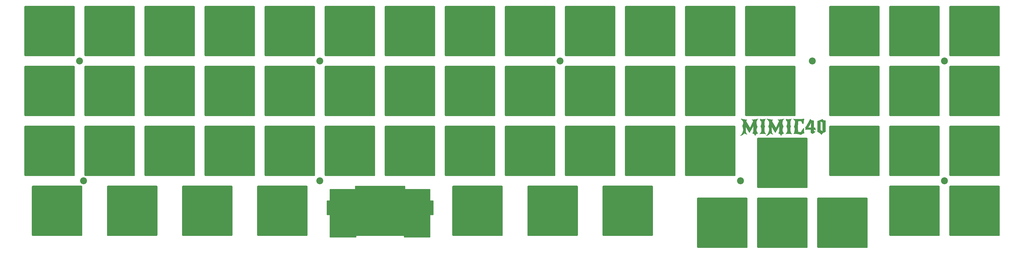
<source format=gbr>
G04 #@! TF.GenerationSoftware,KiCad,Pcbnew,8.0.1*
G04 #@! TF.CreationDate,2024-10-10T20:31:10+02:00*
G04 #@! TF.ProjectId,Mimic40_plate,4d696d69-6334-4305-9f70-6c6174652e6b,rev?*
G04 #@! TF.SameCoordinates,Original*
G04 #@! TF.FileFunction,Soldermask,Top*
G04 #@! TF.FilePolarity,Negative*
%FSLAX46Y46*%
G04 Gerber Fmt 4.6, Leading zero omitted, Abs format (unit mm)*
G04 Created by KiCad (PCBNEW 8.0.1) date 2024-10-10 20:31:10*
%MOMM*%
%LPD*%
G01*
G04 APERTURE LIST*
%ADD10C,0.100000*%
%ADD11C,0.000000*%
%ADD12C,0.400000*%
%ADD13C,2.200000*%
G04 APERTURE END LIST*
D10*
X321195062Y-116905889D02*
X321366511Y-117044390D01*
X321551276Y-117168258D01*
X321761593Y-117264895D01*
X321994602Y-117322531D01*
X322234935Y-117350886D01*
X322234935Y-120859190D01*
X322105138Y-120893888D01*
X321867440Y-120983210D01*
X321657691Y-121092895D01*
X321474398Y-121215498D01*
X321280209Y-121375578D01*
X321094556Y-121558491D01*
X320936906Y-121727473D01*
X320838531Y-121636527D01*
X320638537Y-121467624D01*
X320457268Y-121325444D01*
X320267834Y-121185208D01*
X320080151Y-121054504D01*
X319863119Y-120916085D01*
X319626788Y-120795443D01*
X319675888Y-120583786D01*
X319701247Y-120350155D01*
X319704181Y-120306346D01*
X320572008Y-120306346D01*
X320719842Y-120397864D01*
X320915037Y-120515620D01*
X321129196Y-120647615D01*
X321333679Y-120782254D01*
X321346868Y-117857568D01*
X321176217Y-117784856D01*
X320970188Y-117697092D01*
X320771715Y-117596216D01*
X320584098Y-117477281D01*
X320584735Y-117504845D01*
X320589971Y-117738505D01*
X320594883Y-117989155D01*
X320598678Y-118227804D01*
X320601717Y-118488876D01*
X320603302Y-118710955D01*
X320603881Y-118942372D01*
X320603801Y-119025986D01*
X320602456Y-119280378D01*
X320599082Y-119538130D01*
X320593202Y-119796724D01*
X320584336Y-120053636D01*
X320572008Y-120306346D01*
X319704181Y-120306346D01*
X319716364Y-120124446D01*
X319727359Y-119871947D01*
X319734671Y-119599767D01*
X319738736Y-119315016D01*
X319739994Y-119024804D01*
X319739690Y-118862326D01*
X319738443Y-118637014D01*
X319736423Y-118408000D01*
X319733836Y-118182057D01*
X319730120Y-117914270D01*
X319726242Y-117675100D01*
X319721310Y-117413534D01*
X319765402Y-117410754D01*
X320023150Y-117376435D01*
X320276261Y-117310593D01*
X320490670Y-117230359D01*
X320714256Y-117125965D01*
X320952654Y-116996379D01*
X321157824Y-116873879D01*
X321195062Y-116905889D01*
G36*
X321195062Y-116905889D02*
G01*
X321366511Y-117044390D01*
X321551276Y-117168258D01*
X321761593Y-117264895D01*
X321994602Y-117322531D01*
X322234935Y-117350886D01*
X322234935Y-120859190D01*
X322105138Y-120893888D01*
X321867440Y-120983210D01*
X321657691Y-121092895D01*
X321474398Y-121215498D01*
X321280209Y-121375578D01*
X321094556Y-121558491D01*
X320936906Y-121727473D01*
X320838531Y-121636527D01*
X320638537Y-121467624D01*
X320457268Y-121325444D01*
X320267834Y-121185208D01*
X320080151Y-121054504D01*
X319863119Y-120916085D01*
X319626788Y-120795443D01*
X319675888Y-120583786D01*
X319701247Y-120350155D01*
X319704181Y-120306346D01*
X320572008Y-120306346D01*
X320719842Y-120397864D01*
X320915037Y-120515620D01*
X321129196Y-120647615D01*
X321333679Y-120782254D01*
X321346868Y-117857568D01*
X321176217Y-117784856D01*
X320970188Y-117697092D01*
X320771715Y-117596216D01*
X320584098Y-117477281D01*
X320584735Y-117504845D01*
X320589971Y-117738505D01*
X320594883Y-117989155D01*
X320598678Y-118227804D01*
X320601717Y-118488876D01*
X320603302Y-118710955D01*
X320603881Y-118942372D01*
X320603801Y-119025986D01*
X320602456Y-119280378D01*
X320599082Y-119538130D01*
X320593202Y-119796724D01*
X320584336Y-120053636D01*
X320572008Y-120306346D01*
X319704181Y-120306346D01*
X319716364Y-120124446D01*
X319727359Y-119871947D01*
X319734671Y-119599767D01*
X319738736Y-119315016D01*
X319739994Y-119024804D01*
X319739690Y-118862326D01*
X319738443Y-118637014D01*
X319736423Y-118408000D01*
X319733836Y-118182057D01*
X319730120Y-117914270D01*
X319726242Y-117675100D01*
X319721310Y-117413534D01*
X319765402Y-117410754D01*
X320023150Y-117376435D01*
X320276261Y-117310593D01*
X320490670Y-117230359D01*
X320714256Y-117125965D01*
X320952654Y-116996379D01*
X321157824Y-116873879D01*
X321195062Y-116905889D01*
G37*
X309044574Y-116871472D02*
X308860389Y-117051256D01*
X308727237Y-117244671D01*
X308637292Y-117450985D01*
X308582733Y-117669471D01*
X308555734Y-117899397D01*
X308548473Y-118140034D01*
X308560290Y-118319092D01*
X308603271Y-118537418D01*
X308676575Y-118766947D01*
X308762653Y-118973439D01*
X308869408Y-119189668D01*
X308775044Y-119386371D01*
X308688904Y-119617084D01*
X308629046Y-119833485D01*
X308588604Y-120059710D01*
X308573752Y-120288761D01*
X308590771Y-120527742D01*
X308640812Y-120754392D01*
X308722354Y-120960321D01*
X308855271Y-121163191D01*
X309026578Y-121313115D01*
X308859436Y-121407783D01*
X308666197Y-121542212D01*
X308489701Y-121691478D01*
X308317303Y-121873241D01*
X308182475Y-122074787D01*
X308092512Y-121894224D01*
X307935029Y-121703012D01*
X307762577Y-121546964D01*
X307569809Y-121412478D01*
X307370246Y-121313115D01*
X307482072Y-121182408D01*
X307574044Y-120973739D01*
X307628907Y-120721390D01*
X307653115Y-120487549D01*
X307663619Y-120240697D01*
X307665902Y-119988708D01*
X307665902Y-118808283D01*
X306443710Y-121126270D01*
X306337098Y-121102090D01*
X305145682Y-119019309D01*
X305145682Y-119978817D01*
X305146055Y-120072745D01*
X305151776Y-120331606D01*
X305170738Y-120628432D01*
X305203584Y-120878143D01*
X305265717Y-121137506D01*
X305353122Y-121354361D01*
X305467786Y-121545988D01*
X305611697Y-121729672D01*
X305512811Y-121701974D01*
X305290463Y-121624966D01*
X305094647Y-121524865D01*
X304911701Y-121399944D01*
X304723630Y-121252665D01*
X304701574Y-121289464D01*
X304557810Y-121497948D01*
X304386356Y-121685712D01*
X304214234Y-121826730D01*
X304008604Y-121954022D01*
X303762976Y-122067892D01*
X303533313Y-122149525D01*
X303718694Y-121955662D01*
X303890140Y-121738447D01*
X304044326Y-121501629D01*
X304177931Y-121248956D01*
X304287629Y-120984175D01*
X304370100Y-120711036D01*
X304422019Y-120433285D01*
X304440064Y-120154672D01*
X304436174Y-120025859D01*
X304409625Y-119803861D01*
X304355819Y-119587287D01*
X304272272Y-119377379D01*
X304156498Y-119175380D01*
X304229410Y-119029696D01*
X304320177Y-118819386D01*
X304398123Y-118585602D01*
X304446298Y-118363167D01*
X304465343Y-118121350D01*
X304457919Y-117976192D01*
X304413171Y-117746662D01*
X304329219Y-117531542D01*
X304207523Y-117329573D01*
X304049541Y-117139498D01*
X303856734Y-116960060D01*
X303678393Y-116823321D01*
X303822374Y-116803538D01*
X303854687Y-116804043D01*
X304103192Y-116831393D01*
X304351087Y-116877089D01*
X304585722Y-116920966D01*
X304848652Y-116962116D01*
X305081127Y-116988035D01*
X305334726Y-117003572D01*
X305357883Y-117003567D01*
X305580922Y-116996978D01*
X305445236Y-117161621D01*
X305351412Y-117363364D01*
X305309447Y-117590488D01*
X306563511Y-119732620D01*
X307609848Y-117627857D01*
X307580859Y-117549714D01*
X307484558Y-117342346D01*
X307352300Y-117148607D01*
X307181202Y-116978293D01*
X307231269Y-116984408D01*
X307451578Y-116991482D01*
X307663360Y-116987013D01*
X307935283Y-116970242D01*
X308155063Y-116949479D01*
X308373710Y-116923608D01*
X308641029Y-116886090D01*
X308896434Y-116845211D01*
X309134290Y-116803538D01*
X309044574Y-116871472D01*
G36*
X309044574Y-116871472D02*
G01*
X308860389Y-117051256D01*
X308727237Y-117244671D01*
X308637292Y-117450985D01*
X308582733Y-117669471D01*
X308555734Y-117899397D01*
X308548473Y-118140034D01*
X308560290Y-118319092D01*
X308603271Y-118537418D01*
X308676575Y-118766947D01*
X308762653Y-118973439D01*
X308869408Y-119189668D01*
X308775044Y-119386371D01*
X308688904Y-119617084D01*
X308629046Y-119833485D01*
X308588604Y-120059710D01*
X308573752Y-120288761D01*
X308590771Y-120527742D01*
X308640812Y-120754392D01*
X308722354Y-120960321D01*
X308855271Y-121163191D01*
X309026578Y-121313115D01*
X308859436Y-121407783D01*
X308666197Y-121542212D01*
X308489701Y-121691478D01*
X308317303Y-121873241D01*
X308182475Y-122074787D01*
X308092512Y-121894224D01*
X307935029Y-121703012D01*
X307762577Y-121546964D01*
X307569809Y-121412478D01*
X307370246Y-121313115D01*
X307482072Y-121182408D01*
X307574044Y-120973739D01*
X307628907Y-120721390D01*
X307653115Y-120487549D01*
X307663619Y-120240697D01*
X307665902Y-119988708D01*
X307665902Y-118808283D01*
X306443710Y-121126270D01*
X306337098Y-121102090D01*
X305145682Y-119019309D01*
X305145682Y-119978817D01*
X305146055Y-120072745D01*
X305151776Y-120331606D01*
X305170738Y-120628432D01*
X305203584Y-120878143D01*
X305265717Y-121137506D01*
X305353122Y-121354361D01*
X305467786Y-121545988D01*
X305611697Y-121729672D01*
X305512811Y-121701974D01*
X305290463Y-121624966D01*
X305094647Y-121524865D01*
X304911701Y-121399944D01*
X304723630Y-121252665D01*
X304701574Y-121289464D01*
X304557810Y-121497948D01*
X304386356Y-121685712D01*
X304214234Y-121826730D01*
X304008604Y-121954022D01*
X303762976Y-122067892D01*
X303533313Y-122149525D01*
X303718694Y-121955662D01*
X303890140Y-121738447D01*
X304044326Y-121501629D01*
X304177931Y-121248956D01*
X304287629Y-120984175D01*
X304370100Y-120711036D01*
X304422019Y-120433285D01*
X304440064Y-120154672D01*
X304436174Y-120025859D01*
X304409625Y-119803861D01*
X304355819Y-119587287D01*
X304272272Y-119377379D01*
X304156498Y-119175380D01*
X304229410Y-119029696D01*
X304320177Y-118819386D01*
X304398123Y-118585602D01*
X304446298Y-118363167D01*
X304465343Y-118121350D01*
X304457919Y-117976192D01*
X304413171Y-117746662D01*
X304329219Y-117531542D01*
X304207523Y-117329573D01*
X304049541Y-117139498D01*
X303856734Y-116960060D01*
X303678393Y-116823321D01*
X303822374Y-116803538D01*
X303854687Y-116804043D01*
X304103192Y-116831393D01*
X304351087Y-116877089D01*
X304585722Y-116920966D01*
X304848652Y-116962116D01*
X305081127Y-116988035D01*
X305334726Y-117003572D01*
X305357883Y-117003567D01*
X305580922Y-116996978D01*
X305445236Y-117161621D01*
X305351412Y-117363364D01*
X305309447Y-117590488D01*
X306563511Y-119732620D01*
X307609848Y-117627857D01*
X307580859Y-117549714D01*
X307484558Y-117342346D01*
X307352300Y-117148607D01*
X307181202Y-116978293D01*
X307231269Y-116984408D01*
X307451578Y-116991482D01*
X307663360Y-116987013D01*
X307935283Y-116970242D01*
X308155063Y-116949479D01*
X308373710Y-116923608D01*
X308641029Y-116886090D01*
X308896434Y-116845211D01*
X309134290Y-116803538D01*
X309044574Y-116871472D01*
G37*
X301576767Y-116817451D02*
X301798141Y-116867740D01*
X302025694Y-116901312D01*
X302256167Y-116913447D01*
X302397102Y-116910856D01*
X302630853Y-116895699D01*
X302854654Y-116870868D01*
X303076029Y-116840850D01*
X303302503Y-116810132D01*
X303127877Y-116976905D01*
X302997923Y-117203043D01*
X302920524Y-117421128D01*
X302868446Y-117652711D01*
X302839100Y-117885191D01*
X302829893Y-118105963D01*
X302832053Y-118231450D01*
X302847532Y-118470741D01*
X302880623Y-118720476D01*
X302934501Y-118963603D01*
X303012343Y-119183073D01*
X302930082Y-119375707D01*
X302877704Y-119598943D01*
X302850055Y-119840108D01*
X302841983Y-120086528D01*
X302844673Y-120238374D01*
X302863450Y-120485241D01*
X302904847Y-120725064D01*
X302974349Y-120958673D01*
X303077440Y-121186899D01*
X303219603Y-121410572D01*
X303365151Y-121586789D01*
X303281503Y-121576507D01*
X303047222Y-121550657D01*
X302802325Y-121529240D01*
X302554104Y-121514939D01*
X302306725Y-121509853D01*
X302111279Y-121513149D01*
X301875839Y-121526486D01*
X301633293Y-121550752D01*
X301399973Y-121581294D01*
X301433267Y-121559845D01*
X301619096Y-121394994D01*
X301752525Y-121218155D01*
X301862608Y-121014993D01*
X301945725Y-120794463D01*
X301998251Y-120565520D01*
X302016564Y-120337121D01*
X302016271Y-120296783D01*
X302002057Y-120054420D01*
X301966086Y-119816940D01*
X301907794Y-119591907D01*
X301826614Y-119386884D01*
X301702224Y-119183073D01*
X301815425Y-118943189D01*
X301896081Y-118718099D01*
X301948974Y-118502196D01*
X301981973Y-118254438D01*
X301991285Y-118002648D01*
X301987946Y-117839184D01*
X301972601Y-117617965D01*
X301942591Y-117604814D01*
X301749023Y-117461539D01*
X301625947Y-117263074D01*
X301556155Y-117027038D01*
X301525270Y-116803538D01*
X301576767Y-116817451D01*
G36*
X301576767Y-116817451D02*
G01*
X301798141Y-116867740D01*
X302025694Y-116901312D01*
X302256167Y-116913447D01*
X302397102Y-116910856D01*
X302630853Y-116895699D01*
X302854654Y-116870868D01*
X303076029Y-116840850D01*
X303302503Y-116810132D01*
X303127877Y-116976905D01*
X302997923Y-117203043D01*
X302920524Y-117421128D01*
X302868446Y-117652711D01*
X302839100Y-117885191D01*
X302829893Y-118105963D01*
X302832053Y-118231450D01*
X302847532Y-118470741D01*
X302880623Y-118720476D01*
X302934501Y-118963603D01*
X303012343Y-119183073D01*
X302930082Y-119375707D01*
X302877704Y-119598943D01*
X302850055Y-119840108D01*
X302841983Y-120086528D01*
X302844673Y-120238374D01*
X302863450Y-120485241D01*
X302904847Y-120725064D01*
X302974349Y-120958673D01*
X303077440Y-121186899D01*
X303219603Y-121410572D01*
X303365151Y-121586789D01*
X303281503Y-121576507D01*
X303047222Y-121550657D01*
X302802325Y-121529240D01*
X302554104Y-121514939D01*
X302306725Y-121509853D01*
X302111279Y-121513149D01*
X301875839Y-121526486D01*
X301633293Y-121550752D01*
X301399973Y-121581294D01*
X301433267Y-121559845D01*
X301619096Y-121394994D01*
X301752525Y-121218155D01*
X301862608Y-121014993D01*
X301945725Y-120794463D01*
X301998251Y-120565520D01*
X302016564Y-120337121D01*
X302016271Y-120296783D01*
X302002057Y-120054420D01*
X301966086Y-119816940D01*
X301907794Y-119591907D01*
X301826614Y-119386884D01*
X301702224Y-119183073D01*
X301815425Y-118943189D01*
X301896081Y-118718099D01*
X301948974Y-118502196D01*
X301981973Y-118254438D01*
X301991285Y-118002648D01*
X301987946Y-117839184D01*
X301972601Y-117617965D01*
X301942591Y-117604814D01*
X301749023Y-117461539D01*
X301625947Y-117263074D01*
X301556155Y-117027038D01*
X301525270Y-116803538D01*
X301576767Y-116817451D01*
G37*
X300818964Y-116871472D02*
X300634779Y-117051256D01*
X300501626Y-117244671D01*
X300411682Y-117450985D01*
X300357122Y-117669471D01*
X300330123Y-117899397D01*
X300322862Y-118140034D01*
X300334679Y-118319092D01*
X300377660Y-118537418D01*
X300450965Y-118766947D01*
X300537043Y-118973439D01*
X300643798Y-119189668D01*
X300549433Y-119386371D01*
X300463294Y-119617084D01*
X300403435Y-119833485D01*
X300362994Y-120059710D01*
X300348142Y-120288761D01*
X300365160Y-120527742D01*
X300415201Y-120754392D01*
X300496744Y-120960321D01*
X300629661Y-121163191D01*
X300800968Y-121313115D01*
X300633825Y-121407783D01*
X300440586Y-121542212D01*
X300264090Y-121691478D01*
X300091692Y-121873241D01*
X299956865Y-122074787D01*
X299866902Y-121894224D01*
X299709419Y-121703012D01*
X299536966Y-121546964D01*
X299344198Y-121412478D01*
X299144635Y-121313115D01*
X299256462Y-121182408D01*
X299348433Y-120973739D01*
X299403296Y-120721390D01*
X299427505Y-120487549D01*
X299438008Y-120240697D01*
X299440291Y-119988708D01*
X299440291Y-118808283D01*
X298218100Y-121126270D01*
X298111488Y-121102090D01*
X296920071Y-119019309D01*
X296920071Y-119978817D01*
X296920444Y-120072745D01*
X296926166Y-120331606D01*
X296945127Y-120628432D01*
X296977973Y-120878143D01*
X297040106Y-121137506D01*
X297127511Y-121354361D01*
X297242176Y-121545988D01*
X297386086Y-121729672D01*
X297287201Y-121701974D01*
X297064852Y-121624966D01*
X296869037Y-121524865D01*
X296686090Y-121399944D01*
X296498019Y-121252665D01*
X296475963Y-121289464D01*
X296332200Y-121497948D01*
X296160746Y-121685712D01*
X295988624Y-121826730D01*
X295782994Y-121954022D01*
X295537365Y-122067892D01*
X295307702Y-122149525D01*
X295493084Y-121955662D01*
X295664529Y-121738447D01*
X295818716Y-121501629D01*
X295952320Y-121248956D01*
X296062019Y-120984175D01*
X296144489Y-120711036D01*
X296196409Y-120433285D01*
X296214454Y-120154672D01*
X296210564Y-120025859D01*
X296184014Y-119803861D01*
X296130209Y-119587287D01*
X296046661Y-119377379D01*
X295930888Y-119175380D01*
X296003799Y-119029696D01*
X296094567Y-118819386D01*
X296172513Y-118585602D01*
X296220687Y-118363167D01*
X296239733Y-118121350D01*
X296232308Y-117976192D01*
X296187560Y-117746662D01*
X296103608Y-117531542D01*
X295981912Y-117329573D01*
X295823931Y-117139498D01*
X295631123Y-116960060D01*
X295452782Y-116823321D01*
X295596763Y-116803538D01*
X295629076Y-116804043D01*
X295877582Y-116831393D01*
X296125476Y-116877089D01*
X296360111Y-116920966D01*
X296623041Y-116962116D01*
X296855517Y-116988035D01*
X297109115Y-117003572D01*
X297132272Y-117003567D01*
X297355312Y-116996978D01*
X297219625Y-117161621D01*
X297125801Y-117363364D01*
X297083836Y-117590488D01*
X298337901Y-119732620D01*
X299384237Y-117627857D01*
X299355248Y-117549714D01*
X299258947Y-117342346D01*
X299126690Y-117148607D01*
X298955591Y-116978293D01*
X299005659Y-116984408D01*
X299225968Y-116991482D01*
X299437749Y-116987013D01*
X299709673Y-116970242D01*
X299929453Y-116949479D01*
X300148099Y-116923608D01*
X300415418Y-116886090D01*
X300670823Y-116845211D01*
X300908679Y-116803538D01*
X300818964Y-116871472D01*
G36*
X300818964Y-116871472D02*
G01*
X300634779Y-117051256D01*
X300501626Y-117244671D01*
X300411682Y-117450985D01*
X300357122Y-117669471D01*
X300330123Y-117899397D01*
X300322862Y-118140034D01*
X300334679Y-118319092D01*
X300377660Y-118537418D01*
X300450965Y-118766947D01*
X300537043Y-118973439D01*
X300643798Y-119189668D01*
X300549433Y-119386371D01*
X300463294Y-119617084D01*
X300403435Y-119833485D01*
X300362994Y-120059710D01*
X300348142Y-120288761D01*
X300365160Y-120527742D01*
X300415201Y-120754392D01*
X300496744Y-120960321D01*
X300629661Y-121163191D01*
X300800968Y-121313115D01*
X300633825Y-121407783D01*
X300440586Y-121542212D01*
X300264090Y-121691478D01*
X300091692Y-121873241D01*
X299956865Y-122074787D01*
X299866902Y-121894224D01*
X299709419Y-121703012D01*
X299536966Y-121546964D01*
X299344198Y-121412478D01*
X299144635Y-121313115D01*
X299256462Y-121182408D01*
X299348433Y-120973739D01*
X299403296Y-120721390D01*
X299427505Y-120487549D01*
X299438008Y-120240697D01*
X299440291Y-119988708D01*
X299440291Y-118808283D01*
X298218100Y-121126270D01*
X298111488Y-121102090D01*
X296920071Y-119019309D01*
X296920071Y-119978817D01*
X296920444Y-120072745D01*
X296926166Y-120331606D01*
X296945127Y-120628432D01*
X296977973Y-120878143D01*
X297040106Y-121137506D01*
X297127511Y-121354361D01*
X297242176Y-121545988D01*
X297386086Y-121729672D01*
X297287201Y-121701974D01*
X297064852Y-121624966D01*
X296869037Y-121524865D01*
X296686090Y-121399944D01*
X296498019Y-121252665D01*
X296475963Y-121289464D01*
X296332200Y-121497948D01*
X296160746Y-121685712D01*
X295988624Y-121826730D01*
X295782994Y-121954022D01*
X295537365Y-122067892D01*
X295307702Y-122149525D01*
X295493084Y-121955662D01*
X295664529Y-121738447D01*
X295818716Y-121501629D01*
X295952320Y-121248956D01*
X296062019Y-120984175D01*
X296144489Y-120711036D01*
X296196409Y-120433285D01*
X296214454Y-120154672D01*
X296210564Y-120025859D01*
X296184014Y-119803861D01*
X296130209Y-119587287D01*
X296046661Y-119377379D01*
X295930888Y-119175380D01*
X296003799Y-119029696D01*
X296094567Y-118819386D01*
X296172513Y-118585602D01*
X296220687Y-118363167D01*
X296239733Y-118121350D01*
X296232308Y-117976192D01*
X296187560Y-117746662D01*
X296103608Y-117531542D01*
X295981912Y-117329573D01*
X295823931Y-117139498D01*
X295631123Y-116960060D01*
X295452782Y-116823321D01*
X295596763Y-116803538D01*
X295629076Y-116804043D01*
X295877582Y-116831393D01*
X296125476Y-116877089D01*
X296360111Y-116920966D01*
X296623041Y-116962116D01*
X296855517Y-116988035D01*
X297109115Y-117003572D01*
X297132272Y-117003567D01*
X297355312Y-116996978D01*
X297219625Y-117161621D01*
X297125801Y-117363364D01*
X297083836Y-117590488D01*
X298337901Y-119732620D01*
X299384237Y-117627857D01*
X299355248Y-117549714D01*
X299258947Y-117342346D01*
X299126690Y-117148607D01*
X298955591Y-116978293D01*
X299005659Y-116984408D01*
X299225968Y-116991482D01*
X299437749Y-116987013D01*
X299709673Y-116970242D01*
X299929453Y-116949479D01*
X300148099Y-116923608D01*
X300415418Y-116886090D01*
X300670823Y-116845211D01*
X300908679Y-116803538D01*
X300818964Y-116871472D01*
G37*
X312352388Y-116822751D02*
X312592217Y-116841314D01*
X312824449Y-116855258D01*
X313048908Y-116865012D01*
X313307750Y-116871786D01*
X313554841Y-116873879D01*
X313803160Y-116871720D01*
X314031885Y-116865881D01*
X314307969Y-116854023D01*
X314553051Y-116839589D01*
X314819142Y-116821377D01*
X315085046Y-116805119D01*
X315330975Y-116803538D01*
X315488145Y-116816727D01*
X315441197Y-116965720D01*
X315391279Y-117204702D01*
X315351541Y-117435896D01*
X315313903Y-117682199D01*
X315280141Y-117924729D01*
X315252034Y-118144602D01*
X315224363Y-118390628D01*
X315179300Y-118409312D01*
X315152147Y-118388520D01*
X314972387Y-118214135D01*
X314848422Y-118017917D01*
X314765004Y-117789255D01*
X314713285Y-117554218D01*
X314600376Y-117495124D01*
X314383498Y-117453779D01*
X314159342Y-117446507D01*
X314056605Y-117447372D01*
X313826021Y-117453719D01*
X313604300Y-117459696D01*
X313596205Y-117505836D01*
X313560086Y-117764602D01*
X313536278Y-118000909D01*
X313516822Y-118258192D01*
X313501566Y-118531774D01*
X313490354Y-118816981D01*
X313483032Y-119109136D01*
X313480000Y-119330000D01*
X313479003Y-119550170D01*
X313479329Y-119698845D01*
X313481391Y-119941293D01*
X313485505Y-120174684D01*
X313493400Y-120438939D01*
X313504810Y-120681466D01*
X313522967Y-120930631D01*
X314587988Y-121038342D01*
X314612839Y-120941501D01*
X314694449Y-120712879D01*
X314800431Y-120500860D01*
X314926457Y-120302124D01*
X315068200Y-120113349D01*
X315221335Y-119931216D01*
X315381533Y-119752404D01*
X315418902Y-119765593D01*
X315406675Y-119875016D01*
X315391807Y-120106881D01*
X315388128Y-120329427D01*
X315388274Y-120370165D01*
X315394914Y-120606187D01*
X315413386Y-120857603D01*
X315445174Y-121102037D01*
X315494740Y-121323007D01*
X315340820Y-121346732D01*
X315122475Y-121409020D01*
X314908696Y-121510010D01*
X314700828Y-121644294D01*
X314505556Y-121797815D01*
X314309973Y-121741754D01*
X314047871Y-121675357D01*
X313786558Y-121618575D01*
X313528546Y-121571485D01*
X313276345Y-121534164D01*
X313032469Y-121506690D01*
X312799427Y-121489140D01*
X312527189Y-121481277D01*
X312378755Y-121491367D01*
X312155696Y-121545024D01*
X312149101Y-121525240D01*
X312298567Y-121343272D01*
X312385249Y-121137932D01*
X312454202Y-120892685D01*
X312504544Y-120627730D01*
X312535394Y-120363269D01*
X312545874Y-120119501D01*
X312545636Y-120083652D01*
X312530898Y-119836003D01*
X312494072Y-119603186D01*
X312426353Y-119371563D01*
X312319461Y-119177578D01*
X312344788Y-119150768D01*
X312471370Y-118946921D01*
X312546895Y-118733025D01*
X312599157Y-118493973D01*
X312631877Y-118243701D01*
X312648778Y-117996145D01*
X312653585Y-117765244D01*
X312649122Y-117569184D01*
X312634900Y-117346489D01*
X312563315Y-117311340D01*
X312373731Y-117170215D01*
X312217175Y-116996366D01*
X312105137Y-116799141D01*
X312352388Y-116822751D01*
G36*
X312352388Y-116822751D02*
G01*
X312592217Y-116841314D01*
X312824449Y-116855258D01*
X313048908Y-116865012D01*
X313307750Y-116871786D01*
X313554841Y-116873879D01*
X313803160Y-116871720D01*
X314031885Y-116865881D01*
X314307969Y-116854023D01*
X314553051Y-116839589D01*
X314819142Y-116821377D01*
X315085046Y-116805119D01*
X315330975Y-116803538D01*
X315488145Y-116816727D01*
X315441197Y-116965720D01*
X315391279Y-117204702D01*
X315351541Y-117435896D01*
X315313903Y-117682199D01*
X315280141Y-117924729D01*
X315252034Y-118144602D01*
X315224363Y-118390628D01*
X315179300Y-118409312D01*
X315152147Y-118388520D01*
X314972387Y-118214135D01*
X314848422Y-118017917D01*
X314765004Y-117789255D01*
X314713285Y-117554218D01*
X314600376Y-117495124D01*
X314383498Y-117453779D01*
X314159342Y-117446507D01*
X314056605Y-117447372D01*
X313826021Y-117453719D01*
X313604300Y-117459696D01*
X313596205Y-117505836D01*
X313560086Y-117764602D01*
X313536278Y-118000909D01*
X313516822Y-118258192D01*
X313501566Y-118531774D01*
X313490354Y-118816981D01*
X313483032Y-119109136D01*
X313480000Y-119330000D01*
X313479003Y-119550170D01*
X313479329Y-119698845D01*
X313481391Y-119941293D01*
X313485505Y-120174684D01*
X313493400Y-120438939D01*
X313504810Y-120681466D01*
X313522967Y-120930631D01*
X314587988Y-121038342D01*
X314612839Y-120941501D01*
X314694449Y-120712879D01*
X314800431Y-120500860D01*
X314926457Y-120302124D01*
X315068200Y-120113349D01*
X315221335Y-119931216D01*
X315381533Y-119752404D01*
X315418902Y-119765593D01*
X315406675Y-119875016D01*
X315391807Y-120106881D01*
X315388128Y-120329427D01*
X315388274Y-120370165D01*
X315394914Y-120606187D01*
X315413386Y-120857603D01*
X315445174Y-121102037D01*
X315494740Y-121323007D01*
X315340820Y-121346732D01*
X315122475Y-121409020D01*
X314908696Y-121510010D01*
X314700828Y-121644294D01*
X314505556Y-121797815D01*
X314309973Y-121741754D01*
X314047871Y-121675357D01*
X313786558Y-121618575D01*
X313528546Y-121571485D01*
X313276345Y-121534164D01*
X313032469Y-121506690D01*
X312799427Y-121489140D01*
X312527189Y-121481277D01*
X312378755Y-121491367D01*
X312155696Y-121545024D01*
X312149101Y-121525240D01*
X312298567Y-121343272D01*
X312385249Y-121137932D01*
X312454202Y-120892685D01*
X312504544Y-120627730D01*
X312535394Y-120363269D01*
X312545874Y-120119501D01*
X312545636Y-120083652D01*
X312530898Y-119836003D01*
X312494072Y-119603186D01*
X312426353Y-119371563D01*
X312319461Y-119177578D01*
X312344788Y-119150768D01*
X312471370Y-118946921D01*
X312546895Y-118733025D01*
X312599157Y-118493973D01*
X312631877Y-118243701D01*
X312648778Y-117996145D01*
X312653585Y-117765244D01*
X312649122Y-117569184D01*
X312634900Y-117346489D01*
X312563315Y-117311340D01*
X312373731Y-117170215D01*
X312217175Y-116996366D01*
X312105137Y-116799141D01*
X312352388Y-116822751D01*
G37*
X301526767Y-116817451D02*
X301748141Y-116867740D01*
X301975694Y-116901312D01*
X302206167Y-116913447D01*
X302347102Y-116910856D01*
X302580853Y-116895699D01*
X302804654Y-116870868D01*
X303026029Y-116840850D01*
X303252503Y-116810132D01*
X303077877Y-116976905D01*
X302947923Y-117203043D01*
X302870524Y-117421128D01*
X302818446Y-117652711D01*
X302789100Y-117885191D01*
X302779893Y-118105963D01*
X302782053Y-118231450D01*
X302797532Y-118470741D01*
X302830623Y-118720476D01*
X302884501Y-118963603D01*
X302962343Y-119183073D01*
X302880082Y-119375707D01*
X302827704Y-119598943D01*
X302800055Y-119840108D01*
X302791983Y-120086528D01*
X302794673Y-120238374D01*
X302813450Y-120485241D01*
X302854847Y-120725064D01*
X302924349Y-120958673D01*
X303027440Y-121186899D01*
X303169603Y-121410572D01*
X303315151Y-121586789D01*
X303231503Y-121576507D01*
X302997222Y-121550657D01*
X302752325Y-121529240D01*
X302504104Y-121514939D01*
X302256725Y-121509853D01*
X302061279Y-121513149D01*
X301825839Y-121526486D01*
X301583293Y-121550752D01*
X301349973Y-121581294D01*
X301383267Y-121559845D01*
X301569096Y-121394994D01*
X301702525Y-121218155D01*
X301812608Y-121014993D01*
X301895725Y-120794463D01*
X301948251Y-120565520D01*
X301966564Y-120337121D01*
X301966271Y-120296783D01*
X301952057Y-120054420D01*
X301916086Y-119816940D01*
X301857794Y-119591907D01*
X301776614Y-119386884D01*
X301652224Y-119183073D01*
X301765425Y-118943189D01*
X301846081Y-118718099D01*
X301898974Y-118502196D01*
X301931973Y-118254438D01*
X301941285Y-118002648D01*
X301937946Y-117839184D01*
X301922601Y-117617965D01*
X301892591Y-117604814D01*
X301699023Y-117461539D01*
X301575947Y-117263074D01*
X301506155Y-117027038D01*
X301475270Y-116803538D01*
X301526767Y-116817451D01*
G36*
X301526767Y-116817451D02*
G01*
X301748141Y-116867740D01*
X301975694Y-116901312D01*
X302206167Y-116913447D01*
X302347102Y-116910856D01*
X302580853Y-116895699D01*
X302804654Y-116870868D01*
X303026029Y-116840850D01*
X303252503Y-116810132D01*
X303077877Y-116976905D01*
X302947923Y-117203043D01*
X302870524Y-117421128D01*
X302818446Y-117652711D01*
X302789100Y-117885191D01*
X302779893Y-118105963D01*
X302782053Y-118231450D01*
X302797532Y-118470741D01*
X302830623Y-118720476D01*
X302884501Y-118963603D01*
X302962343Y-119183073D01*
X302880082Y-119375707D01*
X302827704Y-119598943D01*
X302800055Y-119840108D01*
X302791983Y-120086528D01*
X302794673Y-120238374D01*
X302813450Y-120485241D01*
X302854847Y-120725064D01*
X302924349Y-120958673D01*
X303027440Y-121186899D01*
X303169603Y-121410572D01*
X303315151Y-121586789D01*
X303231503Y-121576507D01*
X302997222Y-121550657D01*
X302752325Y-121529240D01*
X302504104Y-121514939D01*
X302256725Y-121509853D01*
X302061279Y-121513149D01*
X301825839Y-121526486D01*
X301583293Y-121550752D01*
X301349973Y-121581294D01*
X301383267Y-121559845D01*
X301569096Y-121394994D01*
X301702525Y-121218155D01*
X301812608Y-121014993D01*
X301895725Y-120794463D01*
X301948251Y-120565520D01*
X301966564Y-120337121D01*
X301966271Y-120296783D01*
X301952057Y-120054420D01*
X301916086Y-119816940D01*
X301857794Y-119591907D01*
X301776614Y-119386884D01*
X301652224Y-119183073D01*
X301765425Y-118943189D01*
X301846081Y-118718099D01*
X301898974Y-118502196D01*
X301931973Y-118254438D01*
X301941285Y-118002648D01*
X301937946Y-117839184D01*
X301922601Y-117617965D01*
X301892591Y-117604814D01*
X301699023Y-117461539D01*
X301575947Y-117263074D01*
X301506155Y-117027038D01*
X301475270Y-116803538D01*
X301526767Y-116817451D01*
G37*
X321245062Y-116905889D02*
X321416511Y-117044390D01*
X321601276Y-117168258D01*
X321811593Y-117264895D01*
X322044602Y-117322531D01*
X322284935Y-117350886D01*
X322284935Y-120859190D01*
X322155138Y-120893888D01*
X321917440Y-120983210D01*
X321707691Y-121092895D01*
X321524398Y-121215498D01*
X321330209Y-121375578D01*
X321144556Y-121558491D01*
X320986906Y-121727473D01*
X320888531Y-121636527D01*
X320688537Y-121467624D01*
X320507268Y-121325444D01*
X320317834Y-121185208D01*
X320130151Y-121054504D01*
X319913119Y-120916085D01*
X319676788Y-120795443D01*
X319725888Y-120583786D01*
X319751247Y-120350155D01*
X319754181Y-120306346D01*
X320622008Y-120306346D01*
X320769842Y-120397864D01*
X320965037Y-120515620D01*
X321179196Y-120647615D01*
X321383679Y-120782254D01*
X321396868Y-117857568D01*
X321226217Y-117784856D01*
X321020188Y-117697092D01*
X320821715Y-117596216D01*
X320634098Y-117477281D01*
X320634735Y-117504845D01*
X320639971Y-117738505D01*
X320644883Y-117989155D01*
X320648678Y-118227804D01*
X320651717Y-118488876D01*
X320653302Y-118710955D01*
X320653881Y-118942372D01*
X320653801Y-119025986D01*
X320652456Y-119280378D01*
X320649082Y-119538130D01*
X320643202Y-119796724D01*
X320634336Y-120053636D01*
X320622008Y-120306346D01*
X319754181Y-120306346D01*
X319766364Y-120124446D01*
X319777359Y-119871947D01*
X319784671Y-119599767D01*
X319788736Y-119315016D01*
X319789994Y-119024804D01*
X319789690Y-118862326D01*
X319788443Y-118637014D01*
X319786423Y-118408000D01*
X319783836Y-118182057D01*
X319780120Y-117914270D01*
X319776242Y-117675100D01*
X319771310Y-117413534D01*
X319815402Y-117410754D01*
X320073150Y-117376435D01*
X320326261Y-117310593D01*
X320540670Y-117230359D01*
X320764256Y-117125965D01*
X321002654Y-116996379D01*
X321207824Y-116873879D01*
X321245062Y-116905889D01*
G36*
X321245062Y-116905889D02*
G01*
X321416511Y-117044390D01*
X321601276Y-117168258D01*
X321811593Y-117264895D01*
X322044602Y-117322531D01*
X322284935Y-117350886D01*
X322284935Y-120859190D01*
X322155138Y-120893888D01*
X321917440Y-120983210D01*
X321707691Y-121092895D01*
X321524398Y-121215498D01*
X321330209Y-121375578D01*
X321144556Y-121558491D01*
X320986906Y-121727473D01*
X320888531Y-121636527D01*
X320688537Y-121467624D01*
X320507268Y-121325444D01*
X320317834Y-121185208D01*
X320130151Y-121054504D01*
X319913119Y-120916085D01*
X319676788Y-120795443D01*
X319725888Y-120583786D01*
X319751247Y-120350155D01*
X319754181Y-120306346D01*
X320622008Y-120306346D01*
X320769842Y-120397864D01*
X320965037Y-120515620D01*
X321179196Y-120647615D01*
X321383679Y-120782254D01*
X321396868Y-117857568D01*
X321226217Y-117784856D01*
X321020188Y-117697092D01*
X320821715Y-117596216D01*
X320634098Y-117477281D01*
X320634735Y-117504845D01*
X320639971Y-117738505D01*
X320644883Y-117989155D01*
X320648678Y-118227804D01*
X320651717Y-118488876D01*
X320653302Y-118710955D01*
X320653881Y-118942372D01*
X320653801Y-119025986D01*
X320652456Y-119280378D01*
X320649082Y-119538130D01*
X320643202Y-119796724D01*
X320634336Y-120053636D01*
X320622008Y-120306346D01*
X319754181Y-120306346D01*
X319766364Y-120124446D01*
X319777359Y-119871947D01*
X319784671Y-119599767D01*
X319788736Y-119315016D01*
X319789994Y-119024804D01*
X319789690Y-118862326D01*
X319788443Y-118637014D01*
X319786423Y-118408000D01*
X319783836Y-118182057D01*
X319780120Y-117914270D01*
X319776242Y-117675100D01*
X319771310Y-117413534D01*
X319815402Y-117410754D01*
X320073150Y-117376435D01*
X320326261Y-117310593D01*
X320540670Y-117230359D01*
X320764256Y-117125965D01*
X321002654Y-116996379D01*
X321207824Y-116873879D01*
X321245062Y-116905889D01*
G37*
X309752378Y-116817451D02*
X309973751Y-116867740D01*
X310201304Y-116901312D01*
X310431777Y-116913447D01*
X310572712Y-116910856D01*
X310806464Y-116895699D01*
X311030265Y-116870868D01*
X311251640Y-116840850D01*
X311478114Y-116810132D01*
X311303488Y-116976905D01*
X311173534Y-117203043D01*
X311096134Y-117421128D01*
X311044057Y-117652711D01*
X311014710Y-117885191D01*
X311005504Y-118105963D01*
X311007663Y-118231450D01*
X311023142Y-118470741D01*
X311056233Y-118720476D01*
X311110112Y-118963603D01*
X311187953Y-119183073D01*
X311105693Y-119375707D01*
X311053314Y-119598943D01*
X311025665Y-119840108D01*
X311017594Y-120086528D01*
X311020284Y-120238374D01*
X311039060Y-120485241D01*
X311080458Y-120725064D01*
X311149960Y-120958673D01*
X311253050Y-121186899D01*
X311395214Y-121410572D01*
X311540762Y-121586789D01*
X311457114Y-121576507D01*
X311222832Y-121550657D01*
X310977936Y-121529240D01*
X310729715Y-121514939D01*
X310482336Y-121509853D01*
X310286890Y-121513149D01*
X310051450Y-121526486D01*
X309808904Y-121550752D01*
X309575584Y-121581294D01*
X309608877Y-121559845D01*
X309794707Y-121394994D01*
X309928135Y-121218155D01*
X310038219Y-121014993D01*
X310121335Y-120794463D01*
X310173861Y-120565520D01*
X310192175Y-120337121D01*
X310191882Y-120296783D01*
X310177668Y-120054420D01*
X310141697Y-119816940D01*
X310083404Y-119591907D01*
X310002225Y-119386884D01*
X309877835Y-119183073D01*
X309991035Y-118943189D01*
X310071691Y-118718099D01*
X310124585Y-118502196D01*
X310157584Y-118254438D01*
X310166896Y-118002648D01*
X310163556Y-117839184D01*
X310148211Y-117617965D01*
X310118202Y-117604814D01*
X309924634Y-117461539D01*
X309801557Y-117263074D01*
X309731766Y-117027038D01*
X309700881Y-116803538D01*
X309752378Y-116817451D01*
G36*
X309752378Y-116817451D02*
G01*
X309973751Y-116867740D01*
X310201304Y-116901312D01*
X310431777Y-116913447D01*
X310572712Y-116910856D01*
X310806464Y-116895699D01*
X311030265Y-116870868D01*
X311251640Y-116840850D01*
X311478114Y-116810132D01*
X311303488Y-116976905D01*
X311173534Y-117203043D01*
X311096134Y-117421128D01*
X311044057Y-117652711D01*
X311014710Y-117885191D01*
X311005504Y-118105963D01*
X311007663Y-118231450D01*
X311023142Y-118470741D01*
X311056233Y-118720476D01*
X311110112Y-118963603D01*
X311187953Y-119183073D01*
X311105693Y-119375707D01*
X311053314Y-119598943D01*
X311025665Y-119840108D01*
X311017594Y-120086528D01*
X311020284Y-120238374D01*
X311039060Y-120485241D01*
X311080458Y-120725064D01*
X311149960Y-120958673D01*
X311253050Y-121186899D01*
X311395214Y-121410572D01*
X311540762Y-121586789D01*
X311457114Y-121576507D01*
X311222832Y-121550657D01*
X310977936Y-121529240D01*
X310729715Y-121514939D01*
X310482336Y-121509853D01*
X310286890Y-121513149D01*
X310051450Y-121526486D01*
X309808904Y-121550752D01*
X309575584Y-121581294D01*
X309608877Y-121559845D01*
X309794707Y-121394994D01*
X309928135Y-121218155D01*
X310038219Y-121014993D01*
X310121335Y-120794463D01*
X310173861Y-120565520D01*
X310192175Y-120337121D01*
X310191882Y-120296783D01*
X310177668Y-120054420D01*
X310141697Y-119816940D01*
X310083404Y-119591907D01*
X310002225Y-119386884D01*
X309877835Y-119183073D01*
X309991035Y-118943189D01*
X310071691Y-118718099D01*
X310124585Y-118502196D01*
X310157584Y-118254438D01*
X310166896Y-118002648D01*
X310163556Y-117839184D01*
X310148211Y-117617965D01*
X310118202Y-117604814D01*
X309924634Y-117461539D01*
X309801557Y-117263074D01*
X309731766Y-117027038D01*
X309700881Y-116803538D01*
X309752378Y-116817451D01*
G37*
X317344616Y-116905686D02*
X317551020Y-117066558D01*
X317750134Y-117165206D01*
X317998497Y-117247598D01*
X318231936Y-117297837D01*
X318473839Y-117327805D01*
X318473839Y-119582044D01*
X318921170Y-119582044D01*
X318925894Y-119662538D01*
X318946353Y-119882617D01*
X318983766Y-120105307D01*
X319066250Y-120331625D01*
X318899992Y-120211112D01*
X318676073Y-120179951D01*
X318473839Y-120179951D01*
X318473839Y-120432742D01*
X318490807Y-120596373D01*
X318608553Y-120794963D01*
X318833243Y-120861388D01*
X319010197Y-120836109D01*
X318901787Y-120943538D01*
X318713306Y-121098479D01*
X318527335Y-121241352D01*
X318345349Y-121379387D01*
X318171589Y-121516448D01*
X318021097Y-121432395D01*
X317824749Y-121313097D01*
X317623142Y-121201008D01*
X317636331Y-120179951D01*
X316817507Y-120179951D01*
X316600422Y-120180806D01*
X316367418Y-120184837D01*
X316138158Y-120195305D01*
X315909656Y-120223914D01*
X315921048Y-120161720D01*
X315941530Y-119941448D01*
X315941364Y-119919735D01*
X315917948Y-119686016D01*
X315879667Y-119582044D01*
X316647147Y-119582044D01*
X317680294Y-119582044D01*
X317680294Y-117699298D01*
X317611719Y-117850475D01*
X317515712Y-118055958D01*
X317391362Y-118313273D01*
X317284071Y-118527327D01*
X317168319Y-118749351D01*
X317047310Y-118970265D01*
X316924251Y-119180988D01*
X316802347Y-119372442D01*
X316647147Y-119582044D01*
X315879667Y-119582044D01*
X315840413Y-119475432D01*
X315982943Y-119310320D01*
X316121575Y-119115771D01*
X316287158Y-118867682D01*
X316407314Y-118679845D01*
X316531640Y-118479165D01*
X316657013Y-118270022D01*
X316780308Y-118056797D01*
X316898404Y-117843870D01*
X317008175Y-117635623D01*
X317106500Y-117436436D01*
X317225691Y-117164227D01*
X317315396Y-116873879D01*
X317344616Y-116905686D01*
G36*
X317344616Y-116905686D02*
G01*
X317551020Y-117066558D01*
X317750134Y-117165206D01*
X317998497Y-117247598D01*
X318231936Y-117297837D01*
X318473839Y-117327805D01*
X318473839Y-119582044D01*
X318921170Y-119582044D01*
X318925894Y-119662538D01*
X318946353Y-119882617D01*
X318983766Y-120105307D01*
X319066250Y-120331625D01*
X318899992Y-120211112D01*
X318676073Y-120179951D01*
X318473839Y-120179951D01*
X318473839Y-120432742D01*
X318490807Y-120596373D01*
X318608553Y-120794963D01*
X318833243Y-120861388D01*
X319010197Y-120836109D01*
X318901787Y-120943538D01*
X318713306Y-121098479D01*
X318527335Y-121241352D01*
X318345349Y-121379387D01*
X318171589Y-121516448D01*
X318021097Y-121432395D01*
X317824749Y-121313097D01*
X317623142Y-121201008D01*
X317636331Y-120179951D01*
X316817507Y-120179951D01*
X316600422Y-120180806D01*
X316367418Y-120184837D01*
X316138158Y-120195305D01*
X315909656Y-120223914D01*
X315921048Y-120161720D01*
X315941530Y-119941448D01*
X315941364Y-119919735D01*
X315917948Y-119686016D01*
X315879667Y-119582044D01*
X316647147Y-119582044D01*
X317680294Y-119582044D01*
X317680294Y-117699298D01*
X317611719Y-117850475D01*
X317515712Y-118055958D01*
X317391362Y-118313273D01*
X317284071Y-118527327D01*
X317168319Y-118749351D01*
X317047310Y-118970265D01*
X316924251Y-119180988D01*
X316802347Y-119372442D01*
X316647147Y-119582044D01*
X315879667Y-119582044D01*
X315840413Y-119475432D01*
X315982943Y-119310320D01*
X316121575Y-119115771D01*
X316287158Y-118867682D01*
X316407314Y-118679845D01*
X316531640Y-118479165D01*
X316657013Y-118270022D01*
X316780308Y-118056797D01*
X316898404Y-117843870D01*
X317008175Y-117635623D01*
X317106500Y-117436436D01*
X317225691Y-117164227D01*
X317315396Y-116873879D01*
X317344616Y-116905686D01*
G37*
X308994574Y-116871472D02*
X308810389Y-117051256D01*
X308677237Y-117244671D01*
X308587292Y-117450985D01*
X308532733Y-117669471D01*
X308505734Y-117899397D01*
X308498473Y-118140034D01*
X308510290Y-118319092D01*
X308553271Y-118537418D01*
X308626575Y-118766947D01*
X308712653Y-118973439D01*
X308819408Y-119189668D01*
X308725044Y-119386371D01*
X308638904Y-119617084D01*
X308579046Y-119833485D01*
X308538604Y-120059710D01*
X308523752Y-120288761D01*
X308540771Y-120527742D01*
X308590812Y-120754392D01*
X308672354Y-120960321D01*
X308805271Y-121163191D01*
X308976578Y-121313115D01*
X308809436Y-121407783D01*
X308616197Y-121542212D01*
X308439701Y-121691478D01*
X308267303Y-121873241D01*
X308132475Y-122074787D01*
X308042512Y-121894224D01*
X307885029Y-121703012D01*
X307712577Y-121546964D01*
X307519809Y-121412478D01*
X307320246Y-121313115D01*
X307432072Y-121182408D01*
X307524044Y-120973739D01*
X307578907Y-120721390D01*
X307603115Y-120487549D01*
X307613619Y-120240697D01*
X307615902Y-119988708D01*
X307615902Y-118808283D01*
X306393710Y-121126270D01*
X306287098Y-121102090D01*
X305095682Y-119019309D01*
X305095682Y-119978817D01*
X305096055Y-120072745D01*
X305101776Y-120331606D01*
X305120738Y-120628432D01*
X305153584Y-120878143D01*
X305215717Y-121137506D01*
X305303122Y-121354361D01*
X305417786Y-121545988D01*
X305561697Y-121729672D01*
X305462811Y-121701974D01*
X305240463Y-121624966D01*
X305044647Y-121524865D01*
X304861701Y-121399944D01*
X304673630Y-121252665D01*
X304651574Y-121289464D01*
X304507810Y-121497948D01*
X304336356Y-121685712D01*
X304164234Y-121826730D01*
X303958604Y-121954022D01*
X303712976Y-122067892D01*
X303483313Y-122149525D01*
X303668694Y-121955662D01*
X303840140Y-121738447D01*
X303994326Y-121501629D01*
X304127931Y-121248956D01*
X304237629Y-120984175D01*
X304320100Y-120711036D01*
X304372019Y-120433285D01*
X304390064Y-120154672D01*
X304386174Y-120025859D01*
X304359625Y-119803861D01*
X304305819Y-119587287D01*
X304222272Y-119377379D01*
X304106498Y-119175380D01*
X304179410Y-119029696D01*
X304270177Y-118819386D01*
X304348123Y-118585602D01*
X304396298Y-118363167D01*
X304415343Y-118121350D01*
X304407919Y-117976192D01*
X304363171Y-117746662D01*
X304279219Y-117531542D01*
X304157523Y-117329573D01*
X303999541Y-117139498D01*
X303806734Y-116960060D01*
X303628393Y-116823321D01*
X303772374Y-116803538D01*
X303804687Y-116804043D01*
X304053192Y-116831393D01*
X304301087Y-116877089D01*
X304535722Y-116920966D01*
X304798652Y-116962116D01*
X305031127Y-116988035D01*
X305284726Y-117003572D01*
X305307883Y-117003567D01*
X305530922Y-116996978D01*
X305395236Y-117161621D01*
X305301412Y-117363364D01*
X305259447Y-117590488D01*
X306513511Y-119732620D01*
X307559848Y-117627857D01*
X307530859Y-117549714D01*
X307434558Y-117342346D01*
X307302300Y-117148607D01*
X307131202Y-116978293D01*
X307181269Y-116984408D01*
X307401578Y-116991482D01*
X307613360Y-116987013D01*
X307885283Y-116970242D01*
X308105063Y-116949479D01*
X308323710Y-116923608D01*
X308591029Y-116886090D01*
X308846434Y-116845211D01*
X309084290Y-116803538D01*
X308994574Y-116871472D01*
G36*
X308994574Y-116871472D02*
G01*
X308810389Y-117051256D01*
X308677237Y-117244671D01*
X308587292Y-117450985D01*
X308532733Y-117669471D01*
X308505734Y-117899397D01*
X308498473Y-118140034D01*
X308510290Y-118319092D01*
X308553271Y-118537418D01*
X308626575Y-118766947D01*
X308712653Y-118973439D01*
X308819408Y-119189668D01*
X308725044Y-119386371D01*
X308638904Y-119617084D01*
X308579046Y-119833485D01*
X308538604Y-120059710D01*
X308523752Y-120288761D01*
X308540771Y-120527742D01*
X308590812Y-120754392D01*
X308672354Y-120960321D01*
X308805271Y-121163191D01*
X308976578Y-121313115D01*
X308809436Y-121407783D01*
X308616197Y-121542212D01*
X308439701Y-121691478D01*
X308267303Y-121873241D01*
X308132475Y-122074787D01*
X308042512Y-121894224D01*
X307885029Y-121703012D01*
X307712577Y-121546964D01*
X307519809Y-121412478D01*
X307320246Y-121313115D01*
X307432072Y-121182408D01*
X307524044Y-120973739D01*
X307578907Y-120721390D01*
X307603115Y-120487549D01*
X307613619Y-120240697D01*
X307615902Y-119988708D01*
X307615902Y-118808283D01*
X306393710Y-121126270D01*
X306287098Y-121102090D01*
X305095682Y-119019309D01*
X305095682Y-119978817D01*
X305096055Y-120072745D01*
X305101776Y-120331606D01*
X305120738Y-120628432D01*
X305153584Y-120878143D01*
X305215717Y-121137506D01*
X305303122Y-121354361D01*
X305417786Y-121545988D01*
X305561697Y-121729672D01*
X305462811Y-121701974D01*
X305240463Y-121624966D01*
X305044647Y-121524865D01*
X304861701Y-121399944D01*
X304673630Y-121252665D01*
X304651574Y-121289464D01*
X304507810Y-121497948D01*
X304336356Y-121685712D01*
X304164234Y-121826730D01*
X303958604Y-121954022D01*
X303712976Y-122067892D01*
X303483313Y-122149525D01*
X303668694Y-121955662D01*
X303840140Y-121738447D01*
X303994326Y-121501629D01*
X304127931Y-121248956D01*
X304237629Y-120984175D01*
X304320100Y-120711036D01*
X304372019Y-120433285D01*
X304390064Y-120154672D01*
X304386174Y-120025859D01*
X304359625Y-119803861D01*
X304305819Y-119587287D01*
X304222272Y-119377379D01*
X304106498Y-119175380D01*
X304179410Y-119029696D01*
X304270177Y-118819386D01*
X304348123Y-118585602D01*
X304396298Y-118363167D01*
X304415343Y-118121350D01*
X304407919Y-117976192D01*
X304363171Y-117746662D01*
X304279219Y-117531542D01*
X304157523Y-117329573D01*
X303999541Y-117139498D01*
X303806734Y-116960060D01*
X303628393Y-116823321D01*
X303772374Y-116803538D01*
X303804687Y-116804043D01*
X304053192Y-116831393D01*
X304301087Y-116877089D01*
X304535722Y-116920966D01*
X304798652Y-116962116D01*
X305031127Y-116988035D01*
X305284726Y-117003572D01*
X305307883Y-117003567D01*
X305530922Y-116996978D01*
X305395236Y-117161621D01*
X305301412Y-117363364D01*
X305259447Y-117590488D01*
X306513511Y-119732620D01*
X307559848Y-117627857D01*
X307530859Y-117549714D01*
X307434558Y-117342346D01*
X307302300Y-117148607D01*
X307131202Y-116978293D01*
X307181269Y-116984408D01*
X307401578Y-116991482D01*
X307613360Y-116987013D01*
X307885283Y-116970242D01*
X308105063Y-116949479D01*
X308323710Y-116923608D01*
X308591029Y-116886090D01*
X308846434Y-116845211D01*
X309084290Y-116803538D01*
X308994574Y-116871472D01*
G37*
X317394616Y-116905686D02*
X317601020Y-117066558D01*
X317800134Y-117165206D01*
X318048497Y-117247598D01*
X318281936Y-117297837D01*
X318523839Y-117327805D01*
X318523839Y-119582044D01*
X318971170Y-119582044D01*
X318975894Y-119662538D01*
X318996353Y-119882617D01*
X319033766Y-120105307D01*
X319116250Y-120331625D01*
X318949992Y-120211112D01*
X318726073Y-120179951D01*
X318523839Y-120179951D01*
X318523839Y-120432742D01*
X318540807Y-120596373D01*
X318658553Y-120794963D01*
X318883243Y-120861388D01*
X319060197Y-120836109D01*
X318951787Y-120943538D01*
X318763306Y-121098479D01*
X318577335Y-121241352D01*
X318395349Y-121379387D01*
X318221589Y-121516448D01*
X318071097Y-121432395D01*
X317874749Y-121313097D01*
X317673142Y-121201008D01*
X317686331Y-120179951D01*
X316867507Y-120179951D01*
X316650422Y-120180806D01*
X316417418Y-120184837D01*
X316188158Y-120195305D01*
X315959656Y-120223914D01*
X315971048Y-120161720D01*
X315991530Y-119941448D01*
X315991364Y-119919735D01*
X315967948Y-119686016D01*
X315929667Y-119582044D01*
X316697147Y-119582044D01*
X317730294Y-119582044D01*
X317730294Y-117699298D01*
X317661719Y-117850475D01*
X317565712Y-118055958D01*
X317441362Y-118313273D01*
X317334071Y-118527327D01*
X317218319Y-118749351D01*
X317097310Y-118970265D01*
X316974251Y-119180988D01*
X316852347Y-119372442D01*
X316697147Y-119582044D01*
X315929667Y-119582044D01*
X315890413Y-119475432D01*
X316032943Y-119310320D01*
X316171575Y-119115771D01*
X316337158Y-118867682D01*
X316457314Y-118679845D01*
X316581640Y-118479165D01*
X316707013Y-118270022D01*
X316830308Y-118056797D01*
X316948404Y-117843870D01*
X317058175Y-117635623D01*
X317156500Y-117436436D01*
X317275691Y-117164227D01*
X317365396Y-116873879D01*
X317394616Y-116905686D01*
G36*
X317394616Y-116905686D02*
G01*
X317601020Y-117066558D01*
X317800134Y-117165206D01*
X318048497Y-117247598D01*
X318281936Y-117297837D01*
X318523839Y-117327805D01*
X318523839Y-119582044D01*
X318971170Y-119582044D01*
X318975894Y-119662538D01*
X318996353Y-119882617D01*
X319033766Y-120105307D01*
X319116250Y-120331625D01*
X318949992Y-120211112D01*
X318726073Y-120179951D01*
X318523839Y-120179951D01*
X318523839Y-120432742D01*
X318540807Y-120596373D01*
X318658553Y-120794963D01*
X318883243Y-120861388D01*
X319060197Y-120836109D01*
X318951787Y-120943538D01*
X318763306Y-121098479D01*
X318577335Y-121241352D01*
X318395349Y-121379387D01*
X318221589Y-121516448D01*
X318071097Y-121432395D01*
X317874749Y-121313097D01*
X317673142Y-121201008D01*
X317686331Y-120179951D01*
X316867507Y-120179951D01*
X316650422Y-120180806D01*
X316417418Y-120184837D01*
X316188158Y-120195305D01*
X315959656Y-120223914D01*
X315971048Y-120161720D01*
X315991530Y-119941448D01*
X315991364Y-119919735D01*
X315967948Y-119686016D01*
X315929667Y-119582044D01*
X316697147Y-119582044D01*
X317730294Y-119582044D01*
X317730294Y-117699298D01*
X317661719Y-117850475D01*
X317565712Y-118055958D01*
X317441362Y-118313273D01*
X317334071Y-118527327D01*
X317218319Y-118749351D01*
X317097310Y-118970265D01*
X316974251Y-119180988D01*
X316852347Y-119372442D01*
X316697147Y-119582044D01*
X315929667Y-119582044D01*
X315890413Y-119475432D01*
X316032943Y-119310320D01*
X316171575Y-119115771D01*
X316337158Y-118867682D01*
X316457314Y-118679845D01*
X316581640Y-118479165D01*
X316707013Y-118270022D01*
X316830308Y-118056797D01*
X316948404Y-117843870D01*
X317058175Y-117635623D01*
X317156500Y-117436436D01*
X317275691Y-117164227D01*
X317365396Y-116873879D01*
X317394616Y-116905686D01*
G37*
X300768964Y-116871472D02*
X300584779Y-117051256D01*
X300451626Y-117244671D01*
X300361682Y-117450985D01*
X300307122Y-117669471D01*
X300280123Y-117899397D01*
X300272862Y-118140034D01*
X300284679Y-118319092D01*
X300327660Y-118537418D01*
X300400965Y-118766947D01*
X300487043Y-118973439D01*
X300593798Y-119189668D01*
X300499433Y-119386371D01*
X300413294Y-119617084D01*
X300353435Y-119833485D01*
X300312994Y-120059710D01*
X300298142Y-120288761D01*
X300315160Y-120527742D01*
X300365201Y-120754392D01*
X300446744Y-120960321D01*
X300579661Y-121163191D01*
X300750968Y-121313115D01*
X300583825Y-121407783D01*
X300390586Y-121542212D01*
X300214090Y-121691478D01*
X300041692Y-121873241D01*
X299906865Y-122074787D01*
X299816902Y-121894224D01*
X299659419Y-121703012D01*
X299486966Y-121546964D01*
X299294198Y-121412478D01*
X299094635Y-121313115D01*
X299206462Y-121182408D01*
X299298433Y-120973739D01*
X299353296Y-120721390D01*
X299377505Y-120487549D01*
X299388008Y-120240697D01*
X299390291Y-119988708D01*
X299390291Y-118808283D01*
X298168100Y-121126270D01*
X298061488Y-121102090D01*
X296870071Y-119019309D01*
X296870071Y-119978817D01*
X296870444Y-120072745D01*
X296876166Y-120331606D01*
X296895127Y-120628432D01*
X296927973Y-120878143D01*
X296990106Y-121137506D01*
X297077511Y-121354361D01*
X297192176Y-121545988D01*
X297336086Y-121729672D01*
X297237201Y-121701974D01*
X297014852Y-121624966D01*
X296819037Y-121524865D01*
X296636090Y-121399944D01*
X296448019Y-121252665D01*
X296425963Y-121289464D01*
X296282200Y-121497948D01*
X296110746Y-121685712D01*
X295938624Y-121826730D01*
X295732994Y-121954022D01*
X295487365Y-122067892D01*
X295257702Y-122149525D01*
X295443084Y-121955662D01*
X295614529Y-121738447D01*
X295768716Y-121501629D01*
X295902320Y-121248956D01*
X296012019Y-120984175D01*
X296094489Y-120711036D01*
X296146409Y-120433285D01*
X296164454Y-120154672D01*
X296160564Y-120025859D01*
X296134014Y-119803861D01*
X296080209Y-119587287D01*
X295996661Y-119377379D01*
X295880888Y-119175380D01*
X295953799Y-119029696D01*
X296044567Y-118819386D01*
X296122513Y-118585602D01*
X296170687Y-118363167D01*
X296189733Y-118121350D01*
X296182308Y-117976192D01*
X296137560Y-117746662D01*
X296053608Y-117531542D01*
X295931912Y-117329573D01*
X295773931Y-117139498D01*
X295581123Y-116960060D01*
X295402782Y-116823321D01*
X295546763Y-116803538D01*
X295579076Y-116804043D01*
X295827582Y-116831393D01*
X296075476Y-116877089D01*
X296310111Y-116920966D01*
X296573041Y-116962116D01*
X296805517Y-116988035D01*
X297059115Y-117003572D01*
X297082272Y-117003567D01*
X297305312Y-116996978D01*
X297169625Y-117161621D01*
X297075801Y-117363364D01*
X297033836Y-117590488D01*
X298287901Y-119732620D01*
X299334237Y-117627857D01*
X299305248Y-117549714D01*
X299208947Y-117342346D01*
X299076690Y-117148607D01*
X298905591Y-116978293D01*
X298955659Y-116984408D01*
X299175968Y-116991482D01*
X299387749Y-116987013D01*
X299659673Y-116970242D01*
X299879453Y-116949479D01*
X300098099Y-116923608D01*
X300365418Y-116886090D01*
X300620823Y-116845211D01*
X300858679Y-116803538D01*
X300768964Y-116871472D01*
G36*
X300768964Y-116871472D02*
G01*
X300584779Y-117051256D01*
X300451626Y-117244671D01*
X300361682Y-117450985D01*
X300307122Y-117669471D01*
X300280123Y-117899397D01*
X300272862Y-118140034D01*
X300284679Y-118319092D01*
X300327660Y-118537418D01*
X300400965Y-118766947D01*
X300487043Y-118973439D01*
X300593798Y-119189668D01*
X300499433Y-119386371D01*
X300413294Y-119617084D01*
X300353435Y-119833485D01*
X300312994Y-120059710D01*
X300298142Y-120288761D01*
X300315160Y-120527742D01*
X300365201Y-120754392D01*
X300446744Y-120960321D01*
X300579661Y-121163191D01*
X300750968Y-121313115D01*
X300583825Y-121407783D01*
X300390586Y-121542212D01*
X300214090Y-121691478D01*
X300041692Y-121873241D01*
X299906865Y-122074787D01*
X299816902Y-121894224D01*
X299659419Y-121703012D01*
X299486966Y-121546964D01*
X299294198Y-121412478D01*
X299094635Y-121313115D01*
X299206462Y-121182408D01*
X299298433Y-120973739D01*
X299353296Y-120721390D01*
X299377505Y-120487549D01*
X299388008Y-120240697D01*
X299390291Y-119988708D01*
X299390291Y-118808283D01*
X298168100Y-121126270D01*
X298061488Y-121102090D01*
X296870071Y-119019309D01*
X296870071Y-119978817D01*
X296870444Y-120072745D01*
X296876166Y-120331606D01*
X296895127Y-120628432D01*
X296927973Y-120878143D01*
X296990106Y-121137506D01*
X297077511Y-121354361D01*
X297192176Y-121545988D01*
X297336086Y-121729672D01*
X297237201Y-121701974D01*
X297014852Y-121624966D01*
X296819037Y-121524865D01*
X296636090Y-121399944D01*
X296448019Y-121252665D01*
X296425963Y-121289464D01*
X296282200Y-121497948D01*
X296110746Y-121685712D01*
X295938624Y-121826730D01*
X295732994Y-121954022D01*
X295487365Y-122067892D01*
X295257702Y-122149525D01*
X295443084Y-121955662D01*
X295614529Y-121738447D01*
X295768716Y-121501629D01*
X295902320Y-121248956D01*
X296012019Y-120984175D01*
X296094489Y-120711036D01*
X296146409Y-120433285D01*
X296164454Y-120154672D01*
X296160564Y-120025859D01*
X296134014Y-119803861D01*
X296080209Y-119587287D01*
X295996661Y-119377379D01*
X295880888Y-119175380D01*
X295953799Y-119029696D01*
X296044567Y-118819386D01*
X296122513Y-118585602D01*
X296170687Y-118363167D01*
X296189733Y-118121350D01*
X296182308Y-117976192D01*
X296137560Y-117746662D01*
X296053608Y-117531542D01*
X295931912Y-117329573D01*
X295773931Y-117139498D01*
X295581123Y-116960060D01*
X295402782Y-116823321D01*
X295546763Y-116803538D01*
X295579076Y-116804043D01*
X295827582Y-116831393D01*
X296075476Y-116877089D01*
X296310111Y-116920966D01*
X296573041Y-116962116D01*
X296805517Y-116988035D01*
X297059115Y-117003572D01*
X297082272Y-117003567D01*
X297305312Y-116996978D01*
X297169625Y-117161621D01*
X297075801Y-117363364D01*
X297033836Y-117590488D01*
X298287901Y-119732620D01*
X299334237Y-117627857D01*
X299305248Y-117549714D01*
X299208947Y-117342346D01*
X299076690Y-117148607D01*
X298905591Y-116978293D01*
X298955659Y-116984408D01*
X299175968Y-116991482D01*
X299387749Y-116987013D01*
X299659673Y-116970242D01*
X299879453Y-116949479D01*
X300098099Y-116923608D01*
X300365418Y-116886090D01*
X300620823Y-116845211D01*
X300858679Y-116803538D01*
X300768964Y-116871472D01*
G37*
X309802378Y-116817451D02*
X310023751Y-116867740D01*
X310251304Y-116901312D01*
X310481777Y-116913447D01*
X310622712Y-116910856D01*
X310856464Y-116895699D01*
X311080265Y-116870868D01*
X311301640Y-116840850D01*
X311528114Y-116810132D01*
X311353488Y-116976905D01*
X311223534Y-117203043D01*
X311146134Y-117421128D01*
X311094057Y-117652711D01*
X311064710Y-117885191D01*
X311055504Y-118105963D01*
X311057663Y-118231450D01*
X311073142Y-118470741D01*
X311106233Y-118720476D01*
X311160112Y-118963603D01*
X311237953Y-119183073D01*
X311155693Y-119375707D01*
X311103314Y-119598943D01*
X311075665Y-119840108D01*
X311067594Y-120086528D01*
X311070284Y-120238374D01*
X311089060Y-120485241D01*
X311130458Y-120725064D01*
X311199960Y-120958673D01*
X311303050Y-121186899D01*
X311445214Y-121410572D01*
X311590762Y-121586789D01*
X311507114Y-121576507D01*
X311272832Y-121550657D01*
X311027936Y-121529240D01*
X310779715Y-121514939D01*
X310532336Y-121509853D01*
X310336890Y-121513149D01*
X310101450Y-121526486D01*
X309858904Y-121550752D01*
X309625584Y-121581294D01*
X309658877Y-121559845D01*
X309844707Y-121394994D01*
X309978135Y-121218155D01*
X310088219Y-121014993D01*
X310171335Y-120794463D01*
X310223861Y-120565520D01*
X310242175Y-120337121D01*
X310241882Y-120296783D01*
X310227668Y-120054420D01*
X310191697Y-119816940D01*
X310133404Y-119591907D01*
X310052225Y-119386884D01*
X309927835Y-119183073D01*
X310041035Y-118943189D01*
X310121691Y-118718099D01*
X310174585Y-118502196D01*
X310207584Y-118254438D01*
X310216896Y-118002648D01*
X310213556Y-117839184D01*
X310198211Y-117617965D01*
X310168202Y-117604814D01*
X309974634Y-117461539D01*
X309851557Y-117263074D01*
X309781766Y-117027038D01*
X309750881Y-116803538D01*
X309802378Y-116817451D01*
G36*
X309802378Y-116817451D02*
G01*
X310023751Y-116867740D01*
X310251304Y-116901312D01*
X310481777Y-116913447D01*
X310622712Y-116910856D01*
X310856464Y-116895699D01*
X311080265Y-116870868D01*
X311301640Y-116840850D01*
X311528114Y-116810132D01*
X311353488Y-116976905D01*
X311223534Y-117203043D01*
X311146134Y-117421128D01*
X311094057Y-117652711D01*
X311064710Y-117885191D01*
X311055504Y-118105963D01*
X311057663Y-118231450D01*
X311073142Y-118470741D01*
X311106233Y-118720476D01*
X311160112Y-118963603D01*
X311237953Y-119183073D01*
X311155693Y-119375707D01*
X311103314Y-119598943D01*
X311075665Y-119840108D01*
X311067594Y-120086528D01*
X311070284Y-120238374D01*
X311089060Y-120485241D01*
X311130458Y-120725064D01*
X311199960Y-120958673D01*
X311303050Y-121186899D01*
X311445214Y-121410572D01*
X311590762Y-121586789D01*
X311507114Y-121576507D01*
X311272832Y-121550657D01*
X311027936Y-121529240D01*
X310779715Y-121514939D01*
X310532336Y-121509853D01*
X310336890Y-121513149D01*
X310101450Y-121526486D01*
X309858904Y-121550752D01*
X309625584Y-121581294D01*
X309658877Y-121559845D01*
X309844707Y-121394994D01*
X309978135Y-121218155D01*
X310088219Y-121014993D01*
X310171335Y-120794463D01*
X310223861Y-120565520D01*
X310242175Y-120337121D01*
X310241882Y-120296783D01*
X310227668Y-120054420D01*
X310191697Y-119816940D01*
X310133404Y-119591907D01*
X310052225Y-119386884D01*
X309927835Y-119183073D01*
X310041035Y-118943189D01*
X310121691Y-118718099D01*
X310174585Y-118502196D01*
X310207584Y-118254438D01*
X310216896Y-118002648D01*
X310213556Y-117839184D01*
X310198211Y-117617965D01*
X310168202Y-117604814D01*
X309974634Y-117461539D01*
X309851557Y-117263074D01*
X309781766Y-117027038D01*
X309750881Y-116803538D01*
X309802378Y-116817451D01*
G37*
X312302388Y-116822751D02*
X312542217Y-116841314D01*
X312774449Y-116855258D01*
X312998908Y-116865012D01*
X313257750Y-116871786D01*
X313504841Y-116873879D01*
X313753160Y-116871720D01*
X313981885Y-116865881D01*
X314257969Y-116854023D01*
X314503051Y-116839589D01*
X314769142Y-116821377D01*
X315035046Y-116805119D01*
X315280975Y-116803538D01*
X315438145Y-116816727D01*
X315391197Y-116965720D01*
X315341279Y-117204702D01*
X315301541Y-117435896D01*
X315263903Y-117682199D01*
X315230141Y-117924729D01*
X315202034Y-118144602D01*
X315174363Y-118390628D01*
X315129300Y-118409312D01*
X315102147Y-118388520D01*
X314922387Y-118214135D01*
X314798422Y-118017917D01*
X314715004Y-117789255D01*
X314663285Y-117554218D01*
X314550376Y-117495124D01*
X314333498Y-117453779D01*
X314109342Y-117446507D01*
X314006605Y-117447372D01*
X313776021Y-117453719D01*
X313554300Y-117459696D01*
X313546205Y-117505836D01*
X313510086Y-117764602D01*
X313486278Y-118000909D01*
X313466822Y-118258192D01*
X313451566Y-118531774D01*
X313440354Y-118816981D01*
X313433032Y-119109136D01*
X313430000Y-119330000D01*
X313429003Y-119550170D01*
X313429329Y-119698845D01*
X313431391Y-119941293D01*
X313435505Y-120174684D01*
X313443400Y-120438939D01*
X313454810Y-120681466D01*
X313472967Y-120930631D01*
X314537988Y-121038342D01*
X314562839Y-120941501D01*
X314644449Y-120712879D01*
X314750431Y-120500860D01*
X314876457Y-120302124D01*
X315018200Y-120113349D01*
X315171335Y-119931216D01*
X315331533Y-119752404D01*
X315368902Y-119765593D01*
X315356675Y-119875016D01*
X315341807Y-120106881D01*
X315338128Y-120329427D01*
X315338274Y-120370165D01*
X315344914Y-120606187D01*
X315363386Y-120857603D01*
X315395174Y-121102037D01*
X315444740Y-121323007D01*
X315290820Y-121346732D01*
X315072475Y-121409020D01*
X314858696Y-121510010D01*
X314650828Y-121644294D01*
X314455556Y-121797815D01*
X314259973Y-121741754D01*
X313997871Y-121675357D01*
X313736558Y-121618575D01*
X313478546Y-121571485D01*
X313226345Y-121534164D01*
X312982469Y-121506690D01*
X312749427Y-121489140D01*
X312477189Y-121481277D01*
X312328755Y-121491367D01*
X312105696Y-121545024D01*
X312099101Y-121525240D01*
X312248567Y-121343272D01*
X312335249Y-121137932D01*
X312404202Y-120892685D01*
X312454544Y-120627730D01*
X312485394Y-120363269D01*
X312495874Y-120119501D01*
X312495636Y-120083652D01*
X312480898Y-119836003D01*
X312444072Y-119603186D01*
X312376353Y-119371563D01*
X312269461Y-119177578D01*
X312294788Y-119150768D01*
X312421370Y-118946921D01*
X312496895Y-118733025D01*
X312549157Y-118493973D01*
X312581877Y-118243701D01*
X312598778Y-117996145D01*
X312603585Y-117765244D01*
X312599122Y-117569184D01*
X312584900Y-117346489D01*
X312513315Y-117311340D01*
X312323731Y-117170215D01*
X312167175Y-116996366D01*
X312055137Y-116799141D01*
X312302388Y-116822751D01*
G36*
X312302388Y-116822751D02*
G01*
X312542217Y-116841314D01*
X312774449Y-116855258D01*
X312998908Y-116865012D01*
X313257750Y-116871786D01*
X313504841Y-116873879D01*
X313753160Y-116871720D01*
X313981885Y-116865881D01*
X314257969Y-116854023D01*
X314503051Y-116839589D01*
X314769142Y-116821377D01*
X315035046Y-116805119D01*
X315280975Y-116803538D01*
X315438145Y-116816727D01*
X315391197Y-116965720D01*
X315341279Y-117204702D01*
X315301541Y-117435896D01*
X315263903Y-117682199D01*
X315230141Y-117924729D01*
X315202034Y-118144602D01*
X315174363Y-118390628D01*
X315129300Y-118409312D01*
X315102147Y-118388520D01*
X314922387Y-118214135D01*
X314798422Y-118017917D01*
X314715004Y-117789255D01*
X314663285Y-117554218D01*
X314550376Y-117495124D01*
X314333498Y-117453779D01*
X314109342Y-117446507D01*
X314006605Y-117447372D01*
X313776021Y-117453719D01*
X313554300Y-117459696D01*
X313546205Y-117505836D01*
X313510086Y-117764602D01*
X313486278Y-118000909D01*
X313466822Y-118258192D01*
X313451566Y-118531774D01*
X313440354Y-118816981D01*
X313433032Y-119109136D01*
X313430000Y-119330000D01*
X313429003Y-119550170D01*
X313429329Y-119698845D01*
X313431391Y-119941293D01*
X313435505Y-120174684D01*
X313443400Y-120438939D01*
X313454810Y-120681466D01*
X313472967Y-120930631D01*
X314537988Y-121038342D01*
X314562839Y-120941501D01*
X314644449Y-120712879D01*
X314750431Y-120500860D01*
X314876457Y-120302124D01*
X315018200Y-120113349D01*
X315171335Y-119931216D01*
X315331533Y-119752404D01*
X315368902Y-119765593D01*
X315356675Y-119875016D01*
X315341807Y-120106881D01*
X315338128Y-120329427D01*
X315338274Y-120370165D01*
X315344914Y-120606187D01*
X315363386Y-120857603D01*
X315395174Y-121102037D01*
X315444740Y-121323007D01*
X315290820Y-121346732D01*
X315072475Y-121409020D01*
X314858696Y-121510010D01*
X314650828Y-121644294D01*
X314455556Y-121797815D01*
X314259973Y-121741754D01*
X313997871Y-121675357D01*
X313736558Y-121618575D01*
X313478546Y-121571485D01*
X313226345Y-121534164D01*
X312982469Y-121506690D01*
X312749427Y-121489140D01*
X312477189Y-121481277D01*
X312328755Y-121491367D01*
X312105696Y-121545024D01*
X312099101Y-121525240D01*
X312248567Y-121343272D01*
X312335249Y-121137932D01*
X312404202Y-120892685D01*
X312454544Y-120627730D01*
X312485394Y-120363269D01*
X312495874Y-120119501D01*
X312495636Y-120083652D01*
X312480898Y-119836003D01*
X312444072Y-119603186D01*
X312376353Y-119371563D01*
X312269461Y-119177578D01*
X312294788Y-119150768D01*
X312421370Y-118946921D01*
X312496895Y-118733025D01*
X312549157Y-118493973D01*
X312581877Y-118243701D01*
X312598778Y-117996145D01*
X312603585Y-117765244D01*
X312599122Y-117569184D01*
X312584900Y-117346489D01*
X312513315Y-117311340D01*
X312323731Y-117170215D01*
X312167175Y-116996366D01*
X312055137Y-116799141D01*
X312302388Y-116822751D01*
G37*
D11*
G36*
X198200000Y-80900000D02*
G01*
X198200000Y-80900000D01*
G75*
G02*
X198500000Y-81200000I0J-300000D01*
G01*
X198500000Y-96600000D01*
G75*
G02*
X198200000Y-96900000I-300000J0D01*
G01*
X182800000Y-96900000D01*
G75*
G02*
X182500000Y-96600000I0J300000D01*
G01*
X182500000Y-81200000D01*
G75*
G02*
X182800000Y-80900000I300000J0D01*
G01*
X198200000Y-80900000D01*
G37*
G36*
X377270000Y-119000000D02*
G01*
X377270000Y-119000000D01*
G75*
G02*
X377570000Y-119300000I0J-300000D01*
G01*
X377570000Y-134700000D01*
G75*
G02*
X377270000Y-135000000I-300000J0D01*
G01*
X361870000Y-135000000D01*
G75*
G02*
X361570000Y-134700000I0J300000D01*
G01*
X361570000Y-119300000D01*
G75*
G02*
X361870000Y-119000000I300000J0D01*
G01*
X377270000Y-119000000D01*
G37*
G36*
X141050000Y-99950000D02*
G01*
X141050000Y-99950000D01*
G75*
G02*
X141350000Y-100250000I0J-300000D01*
G01*
X141350000Y-115650000D01*
G75*
G02*
X141050000Y-115950000I-300000J0D01*
G01*
X125650000Y-115950000D01*
G75*
G02*
X125350000Y-115650000I0J300000D01*
G01*
X125350000Y-100250000D01*
G75*
G02*
X125650000Y-99950000I300000J0D01*
G01*
X141050000Y-99950000D01*
G37*
G36*
X335360000Y-141860000D02*
G01*
X335360000Y-141860000D01*
G75*
G02*
X335660000Y-142160000I0J-300000D01*
G01*
X335660000Y-157560000D01*
G75*
G02*
X335360000Y-157860000I-300000J0D01*
G01*
X319960000Y-157860000D01*
G75*
G02*
X319660000Y-157560000I0J300000D01*
G01*
X319660000Y-142160000D01*
G75*
G02*
X319960000Y-141860000I300000J0D01*
G01*
X335360000Y-141860000D01*
G37*
G36*
X141050000Y-119000000D02*
G01*
X141050000Y-119000000D01*
G75*
G02*
X141350000Y-119300000I0J-300000D01*
G01*
X141350000Y-134700000D01*
G75*
G02*
X141050000Y-135000000I-300000J0D01*
G01*
X125650000Y-135000000D01*
G75*
G02*
X125350000Y-134700000I0J300000D01*
G01*
X125350000Y-119300000D01*
G75*
G02*
X125650000Y-119000000I300000J0D01*
G01*
X141050000Y-119000000D01*
G37*
G36*
X358220000Y-138050000D02*
G01*
X358220000Y-138050000D01*
G75*
G02*
X358520000Y-138350000I0J-300000D01*
G01*
X358520000Y-153750000D01*
G75*
G02*
X358220000Y-154050000I-300000J0D01*
G01*
X342820000Y-154050000D01*
G75*
G02*
X342520000Y-153750000I0J300000D01*
G01*
X342520000Y-138350000D01*
G75*
G02*
X342820000Y-138050000I300000J0D01*
G01*
X358220000Y-138050000D01*
G37*
G36*
X133906250Y-138050000D02*
G01*
X133906250Y-138050000D01*
G75*
G02*
X134206250Y-138350000I-50J-300000D01*
G01*
X134206250Y-153750000D01*
G75*
G02*
X133906250Y-154050000I-300050J0D01*
G01*
X118506250Y-154050000D01*
G75*
G02*
X118206250Y-153750000I50J300000D01*
G01*
X118206250Y-138350000D01*
G75*
G02*
X118506250Y-138050000I300050J0D01*
G01*
X133906250Y-138050000D01*
G37*
G36*
X110093750Y-138050000D02*
G01*
X110093750Y-138050000D01*
G75*
G02*
X110393750Y-138350000I-50J-300000D01*
G01*
X110393750Y-153750000D01*
G75*
G02*
X110093750Y-154050000I-300050J0D01*
G01*
X94693750Y-154050000D01*
G75*
G02*
X94393750Y-153750000I50J300000D01*
G01*
X94393750Y-138350000D01*
G75*
G02*
X94693750Y-138050000I300050J0D01*
G01*
X110093750Y-138050000D01*
G37*
G36*
X122000000Y-99950000D02*
G01*
X122000000Y-99950000D01*
G75*
G02*
X122300000Y-100250000I0J-300000D01*
G01*
X122300000Y-115650000D01*
G75*
G02*
X122000000Y-115950000I-300000J0D01*
G01*
X106600000Y-115950000D01*
G75*
G02*
X106300000Y-115650000I0J300000D01*
G01*
X106300000Y-100250000D01*
G75*
G02*
X106600000Y-99950000I300000J0D01*
G01*
X122000000Y-99950000D01*
G37*
G36*
X236300000Y-119000000D02*
G01*
X236300000Y-119000000D01*
G75*
G02*
X236600000Y-119300000I0J-300000D01*
G01*
X236600000Y-134700000D01*
G75*
G02*
X236300000Y-135000000I-300000J0D01*
G01*
X220900000Y-135000000D01*
G75*
G02*
X220600000Y-134700000I0J300000D01*
G01*
X220600000Y-119300000D01*
G75*
G02*
X220900000Y-119000000I300000J0D01*
G01*
X236300000Y-119000000D01*
G37*
G36*
X198200000Y-119000000D02*
G01*
X198200000Y-119000000D01*
G75*
G02*
X198500000Y-119300000I0J-300000D01*
G01*
X198500000Y-134700000D01*
G75*
G02*
X198200000Y-135000000I-300000J0D01*
G01*
X182800000Y-135000000D01*
G75*
G02*
X182500000Y-134700000I0J300000D01*
G01*
X182500000Y-119300000D01*
G75*
G02*
X182800000Y-119000000I300000J0D01*
G01*
X198200000Y-119000000D01*
G37*
G36*
X293450000Y-80900000D02*
G01*
X293450000Y-80900000D01*
G75*
G02*
X293750000Y-81200000I0J-300000D01*
G01*
X293750000Y-96600000D01*
G75*
G02*
X293450000Y-96900000I-300000J0D01*
G01*
X278050000Y-96900000D01*
G75*
G02*
X277750000Y-96600000I0J300000D01*
G01*
X277750000Y-81200000D01*
G75*
G02*
X278050000Y-80900000I300000J0D01*
G01*
X293450000Y-80900000D01*
G37*
D12*
X188725000Y-139300000D02*
X196725000Y-139300000D01*
X196725000Y-142925000D01*
X197725000Y-142925000D01*
X197725000Y-147175000D01*
X196725000Y-147175000D01*
X196725000Y-154300000D01*
X188725000Y-154300000D01*
X188725000Y-153800000D01*
X173225000Y-153800000D01*
X173225000Y-154300000D01*
X165225000Y-154300000D01*
X165225000Y-147175000D01*
X164225000Y-147175000D01*
X164225000Y-142925000D01*
X165225000Y-142925000D01*
X165225000Y-139300000D01*
X173225000Y-139300000D01*
X173225000Y-138300000D01*
X188725000Y-138300000D01*
X188725000Y-139300000D01*
G36*
X188725000Y-139300000D02*
G01*
X196725000Y-139300000D01*
X196725000Y-142925000D01*
X197725000Y-142925000D01*
X197725000Y-147175000D01*
X196725000Y-147175000D01*
X196725000Y-154300000D01*
X188725000Y-154300000D01*
X188725000Y-153800000D01*
X173225000Y-153800000D01*
X173225000Y-154300000D01*
X165225000Y-154300000D01*
X165225000Y-147175000D01*
X164225000Y-147175000D01*
X164225000Y-142925000D01*
X165225000Y-142925000D01*
X165225000Y-139300000D01*
X173225000Y-139300000D01*
X173225000Y-138300000D01*
X188725000Y-138300000D01*
X188725000Y-139300000D01*
G37*
D11*
G36*
X274400000Y-119000000D02*
G01*
X274400000Y-119000000D01*
G75*
G02*
X274700000Y-119300000I0J-300000D01*
G01*
X274700000Y-134700000D01*
G75*
G02*
X274400000Y-135000000I-300000J0D01*
G01*
X259000000Y-135000000D01*
G75*
G02*
X258700000Y-134700000I0J300000D01*
G01*
X258700000Y-119300000D01*
G75*
G02*
X259000000Y-119000000I300000J0D01*
G01*
X274400000Y-119000000D01*
G37*
G36*
X293450000Y-99950000D02*
G01*
X293450000Y-99950000D01*
G75*
G02*
X293750000Y-100250000I0J-300000D01*
G01*
X293750000Y-115650000D01*
G75*
G02*
X293450000Y-115950000I-300000J0D01*
G01*
X278050000Y-115950000D01*
G75*
G02*
X277750000Y-115650000I0J300000D01*
G01*
X277750000Y-100250000D01*
G75*
G02*
X278050000Y-99950000I300000J0D01*
G01*
X293450000Y-99950000D01*
G37*
G36*
X267256250Y-138050000D02*
G01*
X267256250Y-138050000D01*
G75*
G02*
X267556250Y-138350000I-50J-300000D01*
G01*
X267556250Y-153750000D01*
G75*
G02*
X267256250Y-154050000I-300050J0D01*
G01*
X251856250Y-154050000D01*
G75*
G02*
X251556250Y-153750000I50J300000D01*
G01*
X251556250Y-138350000D01*
G75*
G02*
X251856250Y-138050000I300050J0D01*
G01*
X267256250Y-138050000D01*
G37*
G36*
X160100000Y-119000000D02*
G01*
X160100000Y-119000000D01*
G75*
G02*
X160400000Y-119300000I0J-300000D01*
G01*
X160400000Y-134700000D01*
G75*
G02*
X160100000Y-135000000I-300000J0D01*
G01*
X144700000Y-135000000D01*
G75*
G02*
X144400000Y-134700000I0J300000D01*
G01*
X144400000Y-119300000D01*
G75*
G02*
X144700000Y-119000000I300000J0D01*
G01*
X160100000Y-119000000D01*
G37*
G36*
X339170000Y-99950000D02*
G01*
X339170000Y-99950000D01*
G75*
G02*
X339470000Y-100250000I0J-300000D01*
G01*
X339470000Y-115650000D01*
G75*
G02*
X339170000Y-115950000I-300000J0D01*
G01*
X323770000Y-115950000D01*
G75*
G02*
X323470000Y-115650000I0J300000D01*
G01*
X323470000Y-100250000D01*
G75*
G02*
X323770000Y-99950000I300000J0D01*
G01*
X339170000Y-99950000D01*
G37*
G36*
X274400000Y-99950000D02*
G01*
X274400000Y-99950000D01*
G75*
G02*
X274700000Y-100250000I0J-300000D01*
G01*
X274700000Y-115650000D01*
G75*
G02*
X274400000Y-115950000I-300000J0D01*
G01*
X259000000Y-115950000D01*
G75*
G02*
X258700000Y-115650000I0J300000D01*
G01*
X258700000Y-100250000D01*
G75*
G02*
X259000000Y-99950000I300000J0D01*
G01*
X274400000Y-99950000D01*
G37*
G36*
X358220000Y-119000000D02*
G01*
X358220000Y-119000000D01*
G75*
G02*
X358520000Y-119300000I0J-300000D01*
G01*
X358520000Y-134700000D01*
G75*
G02*
X358220000Y-135000000I-300000J0D01*
G01*
X342820000Y-135000000D01*
G75*
G02*
X342520000Y-134700000I0J300000D01*
G01*
X342520000Y-119300000D01*
G75*
G02*
X342820000Y-119000000I300000J0D01*
G01*
X358220000Y-119000000D01*
G37*
G36*
X122000000Y-80900000D02*
G01*
X122000000Y-80900000D01*
G75*
G02*
X122300000Y-81200000I0J-300000D01*
G01*
X122300000Y-96600000D01*
G75*
G02*
X122000000Y-96900000I-300000J0D01*
G01*
X106600000Y-96900000D01*
G75*
G02*
X106300000Y-96600000I0J300000D01*
G01*
X106300000Y-81200000D01*
G75*
G02*
X106600000Y-80900000I300000J0D01*
G01*
X122000000Y-80900000D01*
G37*
G36*
X157718750Y-138050000D02*
G01*
X157718750Y-138050000D01*
G75*
G02*
X158018750Y-138350000I-50J-300000D01*
G01*
X158018750Y-153750000D01*
G75*
G02*
X157718750Y-154050000I-300050J0D01*
G01*
X142318750Y-154050000D01*
G75*
G02*
X142018750Y-153750000I50J300000D01*
G01*
X142018750Y-138350000D01*
G75*
G02*
X142318750Y-138050000I300050J0D01*
G01*
X157718750Y-138050000D01*
G37*
G36*
X339170000Y-80900000D02*
G01*
X339170000Y-80900000D01*
G75*
G02*
X339470000Y-81200000I0J-300000D01*
G01*
X339470000Y-96600000D01*
G75*
G02*
X339170000Y-96900000I-300000J0D01*
G01*
X323770000Y-96900000D01*
G75*
G02*
X323470000Y-96600000I0J300000D01*
G01*
X323470000Y-81200000D01*
G75*
G02*
X323770000Y-80900000I300000J0D01*
G01*
X339170000Y-80900000D01*
G37*
G36*
X316310000Y-122810000D02*
G01*
X316310000Y-122810000D01*
G75*
G02*
X316610000Y-123110000I0J-300000D01*
G01*
X316610000Y-138510000D01*
G75*
G02*
X316310000Y-138810000I-300000J0D01*
G01*
X300910000Y-138810000D01*
G75*
G02*
X300610000Y-138510000I0J300000D01*
G01*
X300610000Y-123110000D01*
G75*
G02*
X300910000Y-122810000I300000J0D01*
G01*
X316310000Y-122810000D01*
G37*
G36*
X339170000Y-119000000D02*
G01*
X339170000Y-119000000D01*
G75*
G02*
X339470000Y-119300000I0J-300000D01*
G01*
X339470000Y-134700000D01*
G75*
G02*
X339170000Y-135000000I-300000J0D01*
G01*
X323770000Y-135000000D01*
G75*
G02*
X323470000Y-134700000I0J300000D01*
G01*
X323470000Y-119300000D01*
G75*
G02*
X323770000Y-119000000I300000J0D01*
G01*
X339170000Y-119000000D01*
G37*
G36*
X358220000Y-80900000D02*
G01*
X358220000Y-80900000D01*
G75*
G02*
X358520000Y-81200000I0J-300000D01*
G01*
X358520000Y-96600000D01*
G75*
G02*
X358220000Y-96900000I-300000J0D01*
G01*
X342820000Y-96900000D01*
G75*
G02*
X342520000Y-96600000I0J300000D01*
G01*
X342520000Y-81200000D01*
G75*
G02*
X342820000Y-80900000I300000J0D01*
G01*
X358220000Y-80900000D01*
G37*
G36*
X102950000Y-99950000D02*
G01*
X102950000Y-99950000D01*
G75*
G02*
X103250000Y-100250000I0J-300000D01*
G01*
X103250000Y-115650000D01*
G75*
G02*
X102950000Y-115950000I-300000J0D01*
G01*
X87550000Y-115950000D01*
G75*
G02*
X87250000Y-115650000I0J300000D01*
G01*
X87250000Y-100250000D01*
G75*
G02*
X87550000Y-99950000I300000J0D01*
G01*
X102950000Y-99950000D01*
G37*
G36*
X255350000Y-119000000D02*
G01*
X255350000Y-119000000D01*
G75*
G02*
X255650000Y-119300000I0J-300000D01*
G01*
X255650000Y-134700000D01*
G75*
G02*
X255350000Y-135000000I-300000J0D01*
G01*
X239950000Y-135000000D01*
G75*
G02*
X239650000Y-134700000I0J300000D01*
G01*
X239650000Y-119300000D01*
G75*
G02*
X239950000Y-119000000I300000J0D01*
G01*
X255350000Y-119000000D01*
G37*
G36*
X83900000Y-119000000D02*
G01*
X83900000Y-119000000D01*
G75*
G02*
X84200000Y-119300000I0J-300000D01*
G01*
X84200000Y-134700000D01*
G75*
G02*
X83900000Y-135000000I-300000J0D01*
G01*
X68500000Y-135000000D01*
G75*
G02*
X68200000Y-134700000I0J300000D01*
G01*
X68200000Y-119300000D01*
G75*
G02*
X68500000Y-119000000I300000J0D01*
G01*
X83900000Y-119000000D01*
G37*
G36*
X255350000Y-99950000D02*
G01*
X255350000Y-99950000D01*
G75*
G02*
X255650000Y-100250000I0J-300000D01*
G01*
X255650000Y-115650000D01*
G75*
G02*
X255350000Y-115950000I-300000J0D01*
G01*
X239950000Y-115950000D01*
G75*
G02*
X239650000Y-115650000I0J300000D01*
G01*
X239650000Y-100250000D01*
G75*
G02*
X239950000Y-99950000I300000J0D01*
G01*
X255350000Y-99950000D01*
G37*
G36*
X217250000Y-119000000D02*
G01*
X217250000Y-119000000D01*
G75*
G02*
X217550000Y-119300000I0J-300000D01*
G01*
X217550000Y-134700000D01*
G75*
G02*
X217250000Y-135000000I-300000J0D01*
G01*
X201850000Y-135000000D01*
G75*
G02*
X201550000Y-134700000I0J300000D01*
G01*
X201550000Y-119300000D01*
G75*
G02*
X201850000Y-119000000I300000J0D01*
G01*
X217250000Y-119000000D01*
G37*
G36*
X102950000Y-119000000D02*
G01*
X102950000Y-119000000D01*
G75*
G02*
X103250000Y-119300000I0J-300000D01*
G01*
X103250000Y-134700000D01*
G75*
G02*
X102950000Y-135000000I-300000J0D01*
G01*
X87550000Y-135000000D01*
G75*
G02*
X87250000Y-134700000I0J300000D01*
G01*
X87250000Y-119300000D01*
G75*
G02*
X87550000Y-119000000I300000J0D01*
G01*
X102950000Y-119000000D01*
G37*
G36*
X102950000Y-80900000D02*
G01*
X102950000Y-80900000D01*
G75*
G02*
X103250000Y-81200000I0J-300000D01*
G01*
X103250000Y-96600000D01*
G75*
G02*
X102950000Y-96900000I-300000J0D01*
G01*
X87550000Y-96900000D01*
G75*
G02*
X87250000Y-96600000I0J300000D01*
G01*
X87250000Y-81200000D01*
G75*
G02*
X87550000Y-80900000I300000J0D01*
G01*
X102950000Y-80900000D01*
G37*
G36*
X141050000Y-80900000D02*
G01*
X141050000Y-80900000D01*
G75*
G02*
X141350000Y-81200000I0J-300000D01*
G01*
X141350000Y-96600000D01*
G75*
G02*
X141050000Y-96900000I-300000J0D01*
G01*
X125650000Y-96900000D01*
G75*
G02*
X125350000Y-96600000I0J300000D01*
G01*
X125350000Y-81200000D01*
G75*
G02*
X125650000Y-80900000I300000J0D01*
G01*
X141050000Y-80900000D01*
G37*
G36*
X236300000Y-80900000D02*
G01*
X236300000Y-80900000D01*
G75*
G02*
X236600000Y-81200000I0J-300000D01*
G01*
X236600000Y-96600000D01*
G75*
G02*
X236300000Y-96900000I-300000J0D01*
G01*
X220900000Y-96900000D01*
G75*
G02*
X220600000Y-96600000I0J300000D01*
G01*
X220600000Y-81200000D01*
G75*
G02*
X220900000Y-80900000I300000J0D01*
G01*
X236300000Y-80900000D01*
G37*
G36*
X236300000Y-99950000D02*
G01*
X236300000Y-99950000D01*
G75*
G02*
X236600000Y-100250000I0J-300000D01*
G01*
X236600000Y-115650000D01*
G75*
G02*
X236300000Y-115950000I-300000J0D01*
G01*
X220900000Y-115950000D01*
G75*
G02*
X220600000Y-115650000I0J300000D01*
G01*
X220600000Y-100250000D01*
G75*
G02*
X220900000Y-99950000I300000J0D01*
G01*
X236300000Y-99950000D01*
G37*
G36*
X83900000Y-80900000D02*
G01*
X83900000Y-80900000D01*
G75*
G02*
X84200000Y-81200000I0J-300000D01*
G01*
X84200000Y-96600000D01*
G75*
G02*
X83900000Y-96900000I-300000J0D01*
G01*
X68500000Y-96900000D01*
G75*
G02*
X68200000Y-96600000I0J300000D01*
G01*
X68200000Y-81200000D01*
G75*
G02*
X68500000Y-80900000I300000J0D01*
G01*
X83900000Y-80900000D01*
G37*
G36*
X377270000Y-80900000D02*
G01*
X377270000Y-80900000D01*
G75*
G02*
X377570000Y-81200000I0J-300000D01*
G01*
X377570000Y-96600000D01*
G75*
G02*
X377270000Y-96900000I-300000J0D01*
G01*
X361870000Y-96900000D01*
G75*
G02*
X361570000Y-96600000I0J300000D01*
G01*
X361570000Y-81200000D01*
G75*
G02*
X361870000Y-80900000I300000J0D01*
G01*
X377270000Y-80900000D01*
G37*
G36*
X255350000Y-80900000D02*
G01*
X255350000Y-80900000D01*
G75*
G02*
X255650000Y-81200000I0J-300000D01*
G01*
X255650000Y-96600000D01*
G75*
G02*
X255350000Y-96900000I-300000J0D01*
G01*
X239950000Y-96900000D01*
G75*
G02*
X239650000Y-96600000I0J300000D01*
G01*
X239650000Y-81200000D01*
G75*
G02*
X239950000Y-80900000I300000J0D01*
G01*
X255350000Y-80900000D01*
G37*
G36*
X179150000Y-99950000D02*
G01*
X179150000Y-99950000D01*
G75*
G02*
X179450000Y-100250000I0J-300000D01*
G01*
X179450000Y-115650000D01*
G75*
G02*
X179150000Y-115950000I-300000J0D01*
G01*
X163750000Y-115950000D01*
G75*
G02*
X163450000Y-115650000I0J300000D01*
G01*
X163450000Y-100250000D01*
G75*
G02*
X163750000Y-99950000I300000J0D01*
G01*
X179150000Y-99950000D01*
G37*
G36*
X179150000Y-119000000D02*
G01*
X179150000Y-119000000D01*
G75*
G02*
X179450000Y-119300000I0J-300000D01*
G01*
X179450000Y-134700000D01*
G75*
G02*
X179150000Y-135000000I-300000J0D01*
G01*
X163750000Y-135000000D01*
G75*
G02*
X163450000Y-134700000I0J300000D01*
G01*
X163450000Y-119300000D01*
G75*
G02*
X163750000Y-119000000I300000J0D01*
G01*
X179150000Y-119000000D01*
G37*
G36*
X217250000Y-99950000D02*
G01*
X217250000Y-99950000D01*
G75*
G02*
X217550000Y-100250000I0J-300000D01*
G01*
X217550000Y-115650000D01*
G75*
G02*
X217250000Y-115950000I-300000J0D01*
G01*
X201850000Y-115950000D01*
G75*
G02*
X201550000Y-115650000I0J300000D01*
G01*
X201550000Y-100250000D01*
G75*
G02*
X201850000Y-99950000I300000J0D01*
G01*
X217250000Y-99950000D01*
G37*
G36*
X160100000Y-99950000D02*
G01*
X160100000Y-99950000D01*
G75*
G02*
X160400000Y-100250000I0J-300000D01*
G01*
X160400000Y-115650000D01*
G75*
G02*
X160100000Y-115950000I-300000J0D01*
G01*
X144700000Y-115950000D01*
G75*
G02*
X144400000Y-115650000I0J300000D01*
G01*
X144400000Y-100250000D01*
G75*
G02*
X144700000Y-99950000I300000J0D01*
G01*
X160100000Y-99950000D01*
G37*
G36*
X160100000Y-80900000D02*
G01*
X160100000Y-80900000D01*
G75*
G02*
X160400000Y-81200000I0J-300000D01*
G01*
X160400000Y-96600000D01*
G75*
G02*
X160100000Y-96900000I-300000J0D01*
G01*
X144700000Y-96900000D01*
G75*
G02*
X144400000Y-96600000I0J300000D01*
G01*
X144400000Y-81200000D01*
G75*
G02*
X144700000Y-80900000I300000J0D01*
G01*
X160100000Y-80900000D01*
G37*
G36*
X274400000Y-80900000D02*
G01*
X274400000Y-80900000D01*
G75*
G02*
X274700000Y-81200000I0J-300000D01*
G01*
X274700000Y-96600000D01*
G75*
G02*
X274400000Y-96900000I-300000J0D01*
G01*
X259000000Y-96900000D01*
G75*
G02*
X258700000Y-96600000I0J300000D01*
G01*
X258700000Y-81200000D01*
G75*
G02*
X259000000Y-80900000I300000J0D01*
G01*
X274400000Y-80900000D01*
G37*
G36*
X217250000Y-80900000D02*
G01*
X217250000Y-80900000D01*
G75*
G02*
X217550000Y-81200000I0J-300000D01*
G01*
X217550000Y-96600000D01*
G75*
G02*
X217250000Y-96900000I-300000J0D01*
G01*
X201850000Y-96900000D01*
G75*
G02*
X201550000Y-96600000I0J300000D01*
G01*
X201550000Y-81200000D01*
G75*
G02*
X201850000Y-80900000I300000J0D01*
G01*
X217250000Y-80900000D01*
G37*
G36*
X83900000Y-99950000D02*
G01*
X83900000Y-99950000D01*
G75*
G02*
X84200000Y-100250000I0J-300000D01*
G01*
X84200000Y-115650000D01*
G75*
G02*
X83900000Y-115950000I-300000J0D01*
G01*
X68500000Y-115950000D01*
G75*
G02*
X68200000Y-115650000I0J300000D01*
G01*
X68200000Y-100250000D01*
G75*
G02*
X68500000Y-99950000I300000J0D01*
G01*
X83900000Y-99950000D01*
G37*
G36*
X358220000Y-99950000D02*
G01*
X358220000Y-99950000D01*
G75*
G02*
X358520000Y-100250000I0J-300000D01*
G01*
X358520000Y-115650000D01*
G75*
G02*
X358220000Y-115950000I-300000J0D01*
G01*
X342820000Y-115950000D01*
G75*
G02*
X342520000Y-115650000I0J300000D01*
G01*
X342520000Y-100250000D01*
G75*
G02*
X342820000Y-99950000I300000J0D01*
G01*
X358220000Y-99950000D01*
G37*
G36*
X243443750Y-138050000D02*
G01*
X243443750Y-138050000D01*
G75*
G02*
X243743750Y-138350000I-50J-300000D01*
G01*
X243743750Y-153750000D01*
G75*
G02*
X243443750Y-154050000I-300050J0D01*
G01*
X228043750Y-154050000D01*
G75*
G02*
X227743750Y-153750000I50J300000D01*
G01*
X227743750Y-138350000D01*
G75*
G02*
X228043750Y-138050000I300050J0D01*
G01*
X243443750Y-138050000D01*
G37*
G36*
X86281250Y-138050000D02*
G01*
X86281250Y-138050000D01*
G75*
G02*
X86581250Y-138350000I-50J-300000D01*
G01*
X86581250Y-153750000D01*
G75*
G02*
X86281250Y-154050000I-300050J0D01*
G01*
X70881250Y-154050000D01*
G75*
G02*
X70581250Y-153750000I50J300000D01*
G01*
X70581250Y-138350000D01*
G75*
G02*
X70881250Y-138050000I300050J0D01*
G01*
X86281250Y-138050000D01*
G37*
G36*
X293450000Y-119000000D02*
G01*
X293450000Y-119000000D01*
G75*
G02*
X293750000Y-119300000I0J-300000D01*
G01*
X293750000Y-134700000D01*
G75*
G02*
X293450000Y-135000000I-300000J0D01*
G01*
X278050000Y-135000000D01*
G75*
G02*
X277750000Y-134700000I0J300000D01*
G01*
X277750000Y-119300000D01*
G75*
G02*
X278050000Y-119000000I300000J0D01*
G01*
X293450000Y-119000000D01*
G37*
G36*
X316310000Y-141860000D02*
G01*
X316310000Y-141860000D01*
G75*
G02*
X316610000Y-142160000I0J-300000D01*
G01*
X316610000Y-157560000D01*
G75*
G02*
X316310000Y-157860000I-300000J0D01*
G01*
X300910000Y-157860000D01*
G75*
G02*
X300610000Y-157560000I0J300000D01*
G01*
X300610000Y-142160000D01*
G75*
G02*
X300910000Y-141860000I300000J0D01*
G01*
X316310000Y-141860000D01*
G37*
G36*
X198200000Y-99950000D02*
G01*
X198200000Y-99950000D01*
G75*
G02*
X198500000Y-100250000I0J-300000D01*
G01*
X198500000Y-115650000D01*
G75*
G02*
X198200000Y-115950000I-300000J0D01*
G01*
X182800000Y-115950000D01*
G75*
G02*
X182500000Y-115650000I0J300000D01*
G01*
X182500000Y-100250000D01*
G75*
G02*
X182800000Y-99950000I300000J0D01*
G01*
X198200000Y-99950000D01*
G37*
G36*
X179150000Y-80900000D02*
G01*
X179150000Y-80900000D01*
G75*
G02*
X179450000Y-81200000I0J-300000D01*
G01*
X179450000Y-96600000D01*
G75*
G02*
X179150000Y-96900000I-300000J0D01*
G01*
X163750000Y-96900000D01*
G75*
G02*
X163450000Y-96600000I0J300000D01*
G01*
X163450000Y-81200000D01*
G75*
G02*
X163750000Y-80900000I300000J0D01*
G01*
X179150000Y-80900000D01*
G37*
G36*
X312500000Y-80900000D02*
G01*
X312500000Y-80900000D01*
G75*
G02*
X312800000Y-81200000I0J-300000D01*
G01*
X312800000Y-96600000D01*
G75*
G02*
X312500000Y-96900000I-300000J0D01*
G01*
X297100000Y-96900000D01*
G75*
G02*
X296800000Y-96600000I0J300000D01*
G01*
X296800000Y-81200000D01*
G75*
G02*
X297100000Y-80900000I300000J0D01*
G01*
X312500000Y-80900000D01*
G37*
G36*
X122000000Y-119000000D02*
G01*
X122000000Y-119000000D01*
G75*
G02*
X122300000Y-119300000I0J-300000D01*
G01*
X122300000Y-134700000D01*
G75*
G02*
X122000000Y-135000000I-300000J0D01*
G01*
X106600000Y-135000000D01*
G75*
G02*
X106300000Y-134700000I0J300000D01*
G01*
X106300000Y-119300000D01*
G75*
G02*
X106600000Y-119000000I300000J0D01*
G01*
X122000000Y-119000000D01*
G37*
G36*
X377270000Y-138050000D02*
G01*
X377270000Y-138050000D01*
G75*
G02*
X377570000Y-138350000I0J-300000D01*
G01*
X377570000Y-153750000D01*
G75*
G02*
X377270000Y-154050000I-300000J0D01*
G01*
X361870000Y-154050000D01*
G75*
G02*
X361570000Y-153750000I0J300000D01*
G01*
X361570000Y-138350000D01*
G75*
G02*
X361870000Y-138050000I300000J0D01*
G01*
X377270000Y-138050000D01*
G37*
G36*
X297260000Y-141860000D02*
G01*
X297260000Y-141860000D01*
G75*
G02*
X297560000Y-142160000I0J-300000D01*
G01*
X297560000Y-157560000D01*
G75*
G02*
X297260000Y-157860000I-300000J0D01*
G01*
X281860000Y-157860000D01*
G75*
G02*
X281560000Y-157560000I0J300000D01*
G01*
X281560000Y-142160000D01*
G75*
G02*
X281860000Y-141860000I300000J0D01*
G01*
X297260000Y-141860000D01*
G37*
G36*
X312500000Y-99950000D02*
G01*
X312500000Y-99950000D01*
G75*
G02*
X312800000Y-100250000I0J-300000D01*
G01*
X312800000Y-115650000D01*
G75*
G02*
X312500000Y-115950000I-300000J0D01*
G01*
X297100000Y-115950000D01*
G75*
G02*
X296800000Y-115650000I0J300000D01*
G01*
X296800000Y-100250000D01*
G75*
G02*
X297100000Y-99950000I300000J0D01*
G01*
X312500000Y-99950000D01*
G37*
G36*
X219631250Y-138050000D02*
G01*
X219631250Y-138050000D01*
G75*
G02*
X219931250Y-138350000I-50J-300000D01*
G01*
X219931250Y-153750000D01*
G75*
G02*
X219631250Y-154050000I-300050J0D01*
G01*
X204231250Y-154050000D01*
G75*
G02*
X203931250Y-153750000I50J300000D01*
G01*
X203931250Y-138350000D01*
G75*
G02*
X204231250Y-138050000I300050J0D01*
G01*
X219631250Y-138050000D01*
G37*
G36*
X377270000Y-99950000D02*
G01*
X377270000Y-99950000D01*
G75*
G02*
X377570000Y-100250000I0J-300000D01*
G01*
X377570000Y-115650000D01*
G75*
G02*
X377270000Y-115950000I-300000J0D01*
G01*
X361870000Y-115950000D01*
G75*
G02*
X361570000Y-115650000I0J300000D01*
G01*
X361570000Y-100250000D01*
G75*
G02*
X361870000Y-99950000I300000J0D01*
G01*
X377270000Y-99950000D01*
G37*
D13*
X85725000Y-98425000D03*
X360045000Y-98425000D03*
X161925000Y-136525000D03*
X161925000Y-98425000D03*
X318100000Y-98400000D03*
X295300000Y-136500000D03*
X87000000Y-136525000D03*
X238100000Y-98425000D03*
X360045000Y-136525000D03*
M02*

</source>
